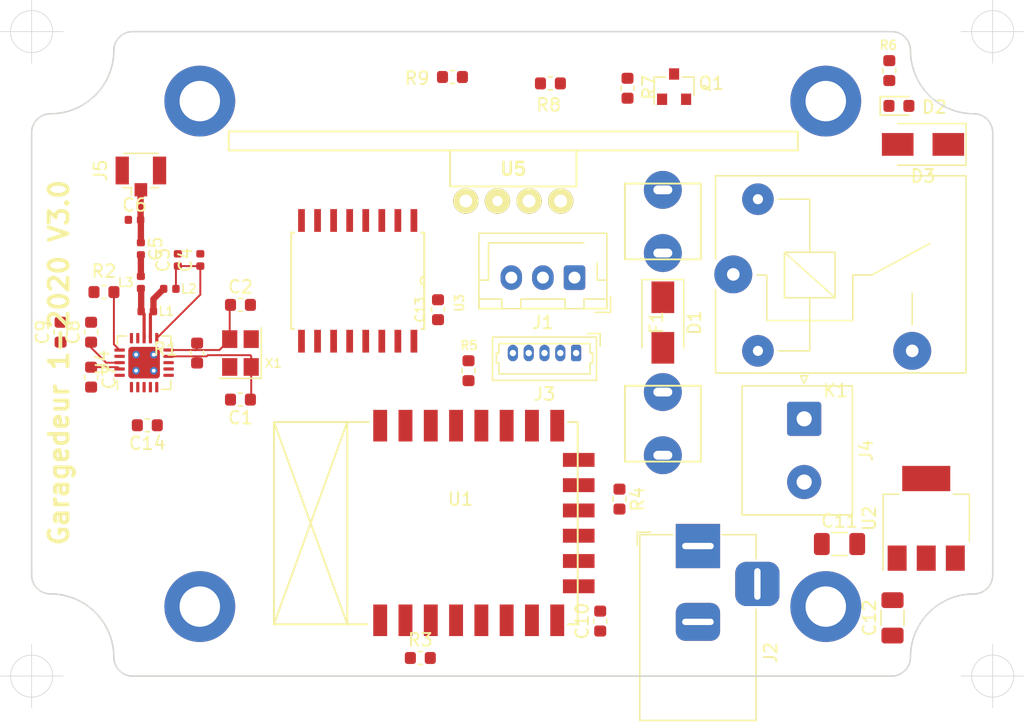
<source format=kicad_pcb>
(kicad_pcb (version 20171130) (host pcbnew "(5.1.5)-3")

  (general
    (thickness 1.6)
    (drawings 21)
    (tracks 47)
    (zones 0)
    (modules 47)
    (nets 48)
  )

  (page A4)
  (layers
    (0 F.Cu signal)
    (31 B.Cu signal)
    (32 B.Adhes user hide)
    (33 F.Adhes user hide)
    (34 B.Paste user hide)
    (35 F.Paste user hide)
    (36 B.SilkS user)
    (37 F.SilkS user)
    (38 B.Mask user hide)
    (39 F.Mask user hide)
    (40 Dwgs.User user hide)
    (41 Cmts.User user hide)
    (42 Eco1.User user hide)
    (43 Eco2.User user hide)
    (44 Edge.Cuts user)
    (45 Margin user hide)
    (46 B.CrtYd user)
    (47 F.CrtYd user)
    (48 B.Fab user hide)
    (49 F.Fab user hide)
  )

  (setup
    (last_trace_width 0.153)
    (user_trace_width 0.153)
    (user_trace_width 0.25)
    (user_trace_width 0.5)
    (user_trace_width 1)
    (user_trace_width 1.5)
    (trace_clearance 0.153)
    (zone_clearance 0.2032)
    (zone_45_only no)
    (trace_min 0.152)
    (via_size 0.6)
    (via_drill 0.3)
    (via_min_size 0.6)
    (via_min_drill 0.3)
    (user_via 0.6 0.3)
    (user_via 0.8 0.3)
    (blind_buried_vias_allowed yes)
    (uvia_size 0.3)
    (uvia_drill 0.1)
    (uvias_allowed no)
    (uvia_min_size 0.3)
    (uvia_min_drill 0.1)
    (edge_width 0.1)
    (segment_width 0.2)
    (pcb_text_width 0.3)
    (pcb_text_size 1.5 1.5)
    (mod_edge_width 0.15)
    (mod_text_size 1 1)
    (mod_text_width 0.15)
    (pad_size 1.4 1.2)
    (pad_drill 0)
    (pad_to_mask_clearance 0)
    (solder_mask_min_width 0.25)
    (aux_axis_origin 0 0)
    (grid_origin 46.5 145)
    (visible_elements 7FFFFFFF)
    (pcbplotparams
      (layerselection 0x010f0_ffffffff)
      (usegerberextensions true)
      (usegerberattributes false)
      (usegerberadvancedattributes false)
      (creategerberjobfile false)
      (excludeedgelayer true)
      (linewidth 0.100000)
      (plotframeref false)
      (viasonmask false)
      (mode 1)
      (useauxorigin false)
      (hpglpennumber 1)
      (hpglpenspeed 20)
      (hpglpendiameter 15.000000)
      (psnegative false)
      (psa4output false)
      (plotreference true)
      (plotvalue true)
      (plotinvisibletext false)
      (padsonsilk false)
      (subtractmaskfromsilk false)
      (outputformat 1)
      (mirror false)
      (drillshape 0)
      (scaleselection 1)
      (outputdirectory "Gerber/"))
  )

  (net 0 "")
  (net 1 GND)
  (net 2 +3V3)
  (net 3 +5V)
  (net 4 "Net-(D1-Pad2)")
  (net 5 "Net-(D2-Pad1)")
  (net 6 "Net-(F1-Pad2)")
  (net 7 /DTR)
  (net 8 /RTS)
  (net 9 "Net-(L1-Pad1)")
  (net 10 "Net-(L1-Pad2)")
  (net 11 /CSN)
  (net 12 /CE)
  (net 13 /SCK)
  (net 14 /MOSI)
  (net 15 /MISO)
  (net 16 /IRQ)
  (net 17 /ECHO)
  (net 18 "Net-(D3-Pad2)")
  (net 19 "Net-(J1-Pad2)")
  (net 20 /TX)
  (net 21 /RX)
  (net 22 "Net-(J4-Pad2)")
  (net 23 "Net-(J4-Pad1)")
  (net 24 "Net-(Q1-Pad1)")
  (net 25 "Net-(R7-Pad2)")
  (net 26 "Net-(R8-Pad1)")
  (net 27 "Net-(U1-Pad22)")
  (net 28 "Net-(U1-Pad21)")
  (net 29 "Net-(U1-Pad20)")
  (net 30 "Net-(U1-Pad19)")
  (net 31 "Net-(U1-Pad18)")
  (net 32 "Net-(U1-Pad17)")
  (net 33 "Net-(U1-Pad14)")
  (net 34 "Net-(U1-Pad13)")
  (net 35 "Net-(U1-Pad11)")
  (net 36 "Net-(U1-Pad2)")
  (net 37 "Net-(U3-Pad12)")
  (net 38 "Net-(U3-Pad11)")
  (net 39 "Net-(U3-Pad7)")
  (net 40 "Net-(C1-Pad1)")
  (net 41 "Net-(C2-Pad1)")
  (net 42 "Net-(C3-Pad1)")
  (net 43 "Net-(C5-Pad2)")
  (net 44 "Net-(C5-Pad1)")
  (net 45 "Net-(C7-Pad1)")
  (net 46 "Net-(R2-Pad2)")
  (net 47 "Net-(R4-Pad1)")

  (net_class Default "Dit is de standaard class."
    (clearance 0.153)
    (trace_width 0.153)
    (via_dia 0.6)
    (via_drill 0.3)
    (uvia_dia 0.3)
    (uvia_drill 0.1)
    (add_net +3V3)
    (add_net +5V)
    (add_net /CE)
    (add_net /CSN)
    (add_net /DTR)
    (add_net /ECHO)
    (add_net /IRQ)
    (add_net /MISO)
    (add_net /MOSI)
    (add_net /RTS)
    (add_net /RX)
    (add_net /SCK)
    (add_net /TX)
    (add_net GND)
    (add_net "Net-(C1-Pad1)")
    (add_net "Net-(C2-Pad1)")
    (add_net "Net-(C3-Pad1)")
    (add_net "Net-(C5-Pad1)")
    (add_net "Net-(C5-Pad2)")
    (add_net "Net-(C7-Pad1)")
    (add_net "Net-(D1-Pad2)")
    (add_net "Net-(D2-Pad1)")
    (add_net "Net-(D3-Pad2)")
    (add_net "Net-(F1-Pad2)")
    (add_net "Net-(J1-Pad2)")
    (add_net "Net-(J4-Pad1)")
    (add_net "Net-(J4-Pad2)")
    (add_net "Net-(L1-Pad1)")
    (add_net "Net-(L1-Pad2)")
    (add_net "Net-(Q1-Pad1)")
    (add_net "Net-(R2-Pad2)")
    (add_net "Net-(R4-Pad1)")
    (add_net "Net-(R7-Pad2)")
    (add_net "Net-(R8-Pad1)")
    (add_net "Net-(U1-Pad11)")
    (add_net "Net-(U1-Pad13)")
    (add_net "Net-(U1-Pad14)")
    (add_net "Net-(U1-Pad17)")
    (add_net "Net-(U1-Pad18)")
    (add_net "Net-(U1-Pad19)")
    (add_net "Net-(U1-Pad2)")
    (add_net "Net-(U1-Pad20)")
    (add_net "Net-(U1-Pad21)")
    (add_net "Net-(U1-Pad22)")
    (add_net "Net-(U3-Pad11)")
    (add_net "Net-(U3-Pad12)")
    (add_net "Net-(U3-Pad7)")
  )

  (module Connector2:JST_NV_B02P-NV_1x02_P5.00mm_Vertical (layer F.Cu) (tedit 5E11FBFE) (tstamp 5BF4AC16)
    (at 211.092 90.644 270)
    (descr "JST NV series connector, B02P-NV (http://www.jst-mfg.com/product/pdf/eng/eNV.pdf), generated with kicad-footprint-generator")
    (tags "connector JST NV side entry")
    (path /5BEB5DE5)
    (fp_text reference J4 (at 2.5 -4.9 90) (layer F.SilkS)
      (effects (font (size 1 1) (thickness 0.15)))
    )
    (fp_text value Deur (at 2.5 6 90) (layer F.Fab)
      (effects (font (size 1 1) (thickness 0.15)))
    )
    (fp_line (start -2.5 -3.7) (end -2.5 4.8) (layer F.Fab) (width 0.1))
    (fp_line (start -2.5 4.8) (end 7.5 4.8) (layer F.Fab) (width 0.1))
    (fp_line (start 7.5 4.8) (end 7.5 -3.7) (layer F.Fab) (width 0.1))
    (fp_line (start 7.5 -3.7) (end -2.5 -3.7) (layer F.Fab) (width 0.1))
    (fp_line (start -2.5 -2) (end 7.5 -2) (layer F.Fab) (width 0.1))
    (fp_line (start -2.5 -1) (end -1.5 0) (layer F.Fab) (width 0.1))
    (fp_line (start -2.5 1) (end -1.5 0) (layer F.Fab) (width 0.1))
    (fp_line (start -3 -4.2) (end -3 5.3) (layer F.CrtYd) (width 0.05))
    (fp_line (start -3 5.3) (end 8 5.3) (layer F.CrtYd) (width 0.05))
    (fp_line (start 8 5.3) (end 8 -4.2) (layer F.CrtYd) (width 0.05))
    (fp_line (start 8 -4.2) (end -3 -4.2) (layer F.CrtYd) (width 0.05))
    (fp_line (start -2.61 -3.81) (end -2.61 4.91) (layer F.SilkS) (width 0.12))
    (fp_line (start -2.61 4.91) (end 7.61 4.91) (layer F.SilkS) (width 0.12))
    (fp_line (start 7.61 4.91) (end 7.61 -3.81) (layer F.SilkS) (width 0.12))
    (fp_line (start 7.61 -3.81) (end -2.61 -3.81) (layer F.SilkS) (width 0.12))
    (fp_line (start -2.81 0) (end -3.41 0.3) (layer F.SilkS) (width 0.12))
    (fp_line (start -3.41 0.3) (end -3.41 -0.3) (layer F.SilkS) (width 0.12))
    (fp_line (start -3.41 -0.3) (end -2.81 0) (layer F.SilkS) (width 0.12))
    (fp_text user %R (at 2.5 4.1 90) (layer F.Fab)
      (effects (font (size 1 1) (thickness 0.15)))
    )
    (pad 1 thru_hole roundrect (at 0 0 270) (size 2.7 2.7) (drill 1.2) (layers *.Cu *.Mask) (roundrect_rratio 0.09300000000000001)
      (net 23 "Net-(J4-Pad1)"))
    (pad 2 thru_hole circle (at 5 0 270) (size 2.7 2.7) (drill 1.2) (layers *.Cu *.Mask)
      (net 22 "Net-(J4-Pad2)"))
    (model ${NAS_SYS3DMOD}/Connector2.3dshapes/JST_NV_B02P-NV_1x02_P5.00mm_Vertical.step
      (offset (xyz 2.5 -0.75 0))
      (scale (xyz 1 1 1))
      (rotate (xyz 90 180 0))
    )
  )

  (module FuseClip:fuse-clip-5x20mm (layer F.Cu) (tedit 5E332A22) (tstamp 5BF4C0C4)
    (at 199.916 83.024 270)
    (path /5BEB5DE0)
    (fp_text reference F1 (at 0 0.5 90) (layer F.SilkS)
      (effects (font (size 1 1) (thickness 0.15)))
    )
    (fp_text value 3Amp (at 0 -0.5 90) (layer F.Fab)
      (effects (font (size 1 1) (thickness 0.15)))
    )
    (fp_line (start 11 -3) (end 5 -3) (layer F.SilkS) (width 0.15))
    (fp_line (start -5 -3) (end -5 3) (layer F.SilkS) (width 0.15))
    (fp_line (start -11 -3) (end -5 -3) (layer F.SilkS) (width 0.15))
    (fp_line (start 5 -3) (end 5 3) (layer F.SilkS) (width 0.15))
    (fp_line (start -11 3) (end -11 0) (layer F.SilkS) (width 0.15))
    (fp_line (start 11 3) (end 11 0) (layer F.SilkS) (width 0.15))
    (fp_line (start 5 3) (end 11 3) (layer F.SilkS) (width 0.15))
    (fp_line (start -5 3) (end -11 3) (layer F.SilkS) (width 0.15))
    (fp_line (start -11 0) (end -11 -3) (layer F.SilkS) (width 0.15))
    (fp_line (start 11 0) (end 11 -3) (layer F.SilkS) (width 0.15))
    (pad 1 thru_hole circle (at -5.5 0 270) (size 3 3) (drill oval 0.7 1.5) (layers *.Cu *.Mask)
      (net 4 "Net-(D1-Pad2)"))
    (pad 2 thru_hole circle (at 10.5 0 270) (size 3 3) (drill oval 0.7 1.5) (layers *.Cu *.Mask)
      (net 6 "Net-(F1-Pad2)"))
    (pad 1 thru_hole circle (at -10.5 0 270) (size 3 3) (drill oval 0.7 1.5) (layers *.Cu *.Mask)
      (net 4 "Net-(D1-Pad2)"))
    (pad 2 thru_hole circle (at 5.5 0 270) (size 3 3) (drill oval 0.7 1.5) (layers *.Cu *.Mask)
      (net 6 "Net-(F1-Pad2)"))
    (model ${NAS_SYS3DMOD}/Fuses/alsrobot-Fuse.STEP
      (offset (xyz 3 -0.7 3))
      (scale (xyz 1 1 1))
      (rotate (xyz 0 0 0))
    )
  )

  (module Sensor2:HC-SR04 (layer F.Cu) (tedit 5E230347) (tstamp 5E325C45)
    (at 188.087 73.406)
    (descr "SR-04 mechanical mount")
    (tags RNG)
    (path /5BFA751A)
    (fp_text reference U5 (at 0 -2.54) (layer F.SilkS)
      (effects (font (size 1.016 1.016) (thickness 0.2032)))
    )
    (fp_text value HC-SR04 (at 0 2.54) (layer F.Fab) hide
      (effects (font (size 1.016 1.016) (thickness 0.2032)))
    )
    (fp_line (start 5 -4) (end 22.5 -4) (layer F.SilkS) (width 0.15))
    (fp_line (start 22.5 -4) (end 22.5 -5.5) (layer F.SilkS) (width 0.15))
    (fp_line (start 22.5 -5.5) (end -22.5 -5.5) (layer F.SilkS) (width 0.15))
    (fp_line (start -22.5 -5.5) (end -22.5 -4) (layer F.SilkS) (width 0.15))
    (fp_line (start -22.5 -4) (end -5 -4) (layer F.SilkS) (width 0.15))
    (fp_line (start -5 -4) (end 5 -4) (layer F.SilkS) (width 0.15))
    (fp_line (start 5 -4) (end 5 -1.15) (layer F.SilkS) (width 0.15))
    (fp_line (start 5 -1.15) (end -5 -1.15) (layer F.SilkS) (width 0.15))
    (fp_line (start -5 -1.15) (end -5 -4) (layer F.SilkS) (width 0.15))
    (pad 1 thru_hole circle (at 3.75 0) (size 2 2) (drill 1.016) (layers *.Cu *.Mask F.SilkS)
      (net 3 +5V))
    (pad 2 thru_hole circle (at 1.25 0) (size 2 2) (drill 1.016) (layers *.Cu *.Mask F.SilkS)
      (net 39 "Net-(U3-Pad7)"))
    (pad 3 thru_hole circle (at -1.25 0) (size 2 2) (drill 0.8) (layers *.Cu *.Mask F.SilkS)
      (net 26 "Net-(R8-Pad1)"))
    (pad 4 thru_hole circle (at -3.75 0) (size 2 2) (drill 1.016) (layers *.Cu *.Mask F.SilkS)
      (net 1 GND))
    (model ${NAS_LIB}/kicad-packages3D/Sensors.3dshapes/HC-SR04.STEP
      (offset (xyz 22.8 5.75 0))
      (scale (xyz 1 1 1))
      (rotate (xyz -90 0 180))
    )
  )

  (module Package_DFN_QFN:QFN-20-1EP_4x4mm_P0.5mm_EP2.5x2.5mm (layer F.Cu) (tedit 5C1FD453) (tstamp 5BF48ADB)
    (at 158.895 86.199 90)
    (descr "QFN, 20 Pin (http://ww1.microchip.com/downloads/en/PackagingSpec/00000049BQ.pdf#page=274), generated with kicad-footprint-generator ipc_dfn_qfn_generator.py")
    (tags "QFN DFN_QFN")
    (path /5BE87CAB)
    (attr smd)
    (fp_text reference U4 (at 0 -3.3 90) (layer F.SilkS)
      (effects (font (size 1 1) (thickness 0.15)))
    )
    (fp_text value NRF24L01 (at 0 3.3 90) (layer F.Fab)
      (effects (font (size 1 1) (thickness 0.15)))
    )
    (fp_text user %R (at 0 0 90) (layer F.Fab)
      (effects (font (size 1 1) (thickness 0.15)))
    )
    (fp_line (start 2.6 -2.6) (end -2.6 -2.6) (layer F.CrtYd) (width 0.05))
    (fp_line (start 2.6 2.6) (end 2.6 -2.6) (layer F.CrtYd) (width 0.05))
    (fp_line (start -2.6 2.6) (end 2.6 2.6) (layer F.CrtYd) (width 0.05))
    (fp_line (start -2.6 -2.6) (end -2.6 2.6) (layer F.CrtYd) (width 0.05))
    (fp_line (start -2 -1) (end -1 -2) (layer F.Fab) (width 0.1))
    (fp_line (start -2 2) (end -2 -1) (layer F.Fab) (width 0.1))
    (fp_line (start 2 2) (end -2 2) (layer F.Fab) (width 0.1))
    (fp_line (start 2 -2) (end 2 2) (layer F.Fab) (width 0.1))
    (fp_line (start -1 -2) (end 2 -2) (layer F.Fab) (width 0.1))
    (fp_line (start -1.385 -2.11) (end -2.11 -2.11) (layer F.SilkS) (width 0.12))
    (fp_line (start 2.11 2.11) (end 2.11 1.385) (layer F.SilkS) (width 0.12))
    (fp_line (start 1.385 2.11) (end 2.11 2.11) (layer F.SilkS) (width 0.12))
    (fp_line (start -2.11 2.11) (end -2.11 1.385) (layer F.SilkS) (width 0.12))
    (fp_line (start -1.385 2.11) (end -2.11 2.11) (layer F.SilkS) (width 0.12))
    (fp_line (start 2.11 -2.11) (end 2.11 -1.385) (layer F.SilkS) (width 0.12))
    (fp_line (start 1.385 -2.11) (end 2.11 -2.11) (layer F.SilkS) (width 0.12))
    (pad 20 smd roundrect (at -1 -1.9375 90) (size 0.25 0.825) (layers F.Cu F.Paste F.Mask) (roundrect_rratio 0.25)
      (net 1 GND))
    (pad 19 smd roundrect (at -0.5 -1.9375 90) (size 0.25 0.825) (layers F.Cu F.Paste F.Mask) (roundrect_rratio 0.25)
      (net 45 "Net-(C7-Pad1)"))
    (pad 18 smd roundrect (at 0 -1.9375 90) (size 0.25 0.825) (layers F.Cu F.Paste F.Mask) (roundrect_rratio 0.25)
      (net 2 +3V3))
    (pad 17 smd roundrect (at 0.5 -1.9375 90) (size 0.25 0.825) (layers F.Cu F.Paste F.Mask) (roundrect_rratio 0.25)
      (net 1 GND))
    (pad 16 smd roundrect (at 1 -1.9375 90) (size 0.25 0.825) (layers F.Cu F.Paste F.Mask) (roundrect_rratio 0.25)
      (net 46 "Net-(R2-Pad2)"))
    (pad 15 smd roundrect (at 1.9375 -1 90) (size 0.825 0.25) (layers F.Cu F.Paste F.Mask) (roundrect_rratio 0.25)
      (net 2 +3V3))
    (pad 14 smd roundrect (at 1.9375 -0.5 90) (size 0.825 0.25) (layers F.Cu F.Paste F.Mask) (roundrect_rratio 0.25)
      (net 1 GND))
    (pad 13 smd roundrect (at 1.9375 0 90) (size 0.825 0.25) (layers F.Cu F.Paste F.Mask) (roundrect_rratio 0.25)
      (net 10 "Net-(L1-Pad2)"))
    (pad 12 smd roundrect (at 1.9375 0.5 90) (size 0.825 0.25) (layers F.Cu F.Paste F.Mask) (roundrect_rratio 0.25)
      (net 9 "Net-(L1-Pad1)"))
    (pad 11 smd roundrect (at 1.9375 1 90) (size 0.825 0.25) (layers F.Cu F.Paste F.Mask) (roundrect_rratio 0.25)
      (net 42 "Net-(C3-Pad1)"))
    (pad 10 smd roundrect (at 1 1.9375 90) (size 0.25 0.825) (layers F.Cu F.Paste F.Mask) (roundrect_rratio 0.25)
      (net 41 "Net-(C2-Pad1)"))
    (pad 9 smd roundrect (at 0.5 1.9375 90) (size 0.25 0.825) (layers F.Cu F.Paste F.Mask) (roundrect_rratio 0.25)
      (net 40 "Net-(C1-Pad1)"))
    (pad 8 smd roundrect (at 0 1.9375 90) (size 0.25 0.825) (layers F.Cu F.Paste F.Mask) (roundrect_rratio 0.25)
      (net 1 GND))
    (pad 7 smd roundrect (at -0.5 1.9375 90) (size 0.25 0.825) (layers F.Cu F.Paste F.Mask) (roundrect_rratio 0.25)
      (net 2 +3V3))
    (pad 6 smd roundrect (at -1 1.9375 90) (size 0.25 0.825) (layers F.Cu F.Paste F.Mask) (roundrect_rratio 0.25)
      (net 16 /IRQ))
    (pad 5 smd roundrect (at -1.9375 1 90) (size 0.825 0.25) (layers F.Cu F.Paste F.Mask) (roundrect_rratio 0.25)
      (net 15 /MISO))
    (pad 4 smd roundrect (at -1.9375 0.5 90) (size 0.825 0.25) (layers F.Cu F.Paste F.Mask) (roundrect_rratio 0.25)
      (net 14 /MOSI))
    (pad 3 smd roundrect (at -1.9375 0 90) (size 0.825 0.25) (layers F.Cu F.Paste F.Mask) (roundrect_rratio 0.25)
      (net 13 /SCK))
    (pad 2 smd roundrect (at -1.9375 -0.5 90) (size 0.825 0.25) (layers F.Cu F.Paste F.Mask) (roundrect_rratio 0.25)
      (net 11 /CSN))
    (pad 1 smd roundrect (at -1.9375 -1 90) (size 0.825 0.25) (layers F.Cu F.Paste F.Mask) (roundrect_rratio 0.25)
      (net 12 /CE))
    (pad "" smd roundrect (at 0.625 0.625 90) (size 1.01 1.01) (layers F.Paste) (roundrect_rratio 0.247525))
    (pad "" smd roundrect (at 0.625 -0.625 90) (size 1.01 1.01) (layers F.Paste) (roundrect_rratio 0.247525))
    (pad "" smd roundrect (at -0.625 0.625 90) (size 1.01 1.01) (layers F.Paste) (roundrect_rratio 0.247525))
    (pad "" smd roundrect (at -0.625 -0.625 90) (size 1.01 1.01) (layers F.Paste) (roundrect_rratio 0.247525))
    (pad 21 smd roundrect (at 0 0 90) (size 2.5 2.5) (layers F.Cu F.Mask) (roundrect_rratio 0.1)
      (net 1 GND))
    (model ${KISYS3DMOD}/Package_DFN_QFN.3dshapes/QFN-20-1EP_4x4mm_P0.5mm_EP2.5x2.5mm.wrl
      (at (xyz 0 0 0))
      (scale (xyz 1 1 1))
      (rotate (xyz 0 0 0))
    )
  )

  (module ICs:SOIC127P1032X265-16N (layer F.Cu) (tedit 5E31F7A1) (tstamp 5BF4AF27)
    (at 175.786 79.722 270)
    (path /5E37D383)
    (fp_text reference U3 (at 1.75553 -8.0398 90) (layer F.SilkS)
      (effects (font (size 0.7 0.7) (thickness 0.13)))
    )
    (fp_text value PCF8574 (at 17.41715 7.23167 90) (layer F.Fab)
      (effects (font (size 1.64411 1.64411) (thickness 0.015)))
    )
    (fp_arc (start 0 -5.2578) (end -0.3048 -5.2578) (angle -180) (layer F.SilkS) (width 0.1524))
    (fp_line (start -3.81 -5.2578) (end -3.81 -5.0292) (layer F.SilkS) (width 0.1524))
    (fp_line (start -0.3048 -5.2578) (end -3.81 -5.2578) (layer F.SilkS) (width 0.1524))
    (fp_line (start 0.3048 -5.2578) (end -0.3048 -5.2578) (layer F.SilkS) (width 0.1524))
    (fp_line (start 3.81 -5.2578) (end 0.3048 -5.2578) (layer F.SilkS) (width 0.1524))
    (fp_line (start 3.81 5.2578) (end 3.81 5.0292) (layer F.SilkS) (width 0.1524))
    (fp_line (start -3.81 5.2578) (end 3.81 5.2578) (layer F.SilkS) (width 0.1524))
    (fp_line (start -3.81 5.0292) (end -3.81 5.2578) (layer F.SilkS) (width 0.1524))
    (fp_line (start 3.81 -5.0292) (end 3.81 -5.2578) (layer F.SilkS) (width 0.1524))
    (fp_arc (start 0 -5.2578) (end -0.3048 -5.2578) (angle -180) (layer F.Fab) (width 0.1))
    (fp_line (start -3.81 -5.2578) (end -3.81 5.2578) (layer F.Fab) (width 0.1))
    (fp_line (start -0.3048 -5.2578) (end -3.81 -5.2578) (layer F.Fab) (width 0.1))
    (fp_line (start 0.3048 -5.2578) (end -0.3048 -5.2578) (layer F.Fab) (width 0.1))
    (fp_line (start 3.81 -5.2578) (end 0.3048 -5.2578) (layer F.Fab) (width 0.1))
    (fp_line (start 3.81 5.2578) (end 3.81 -5.2578) (layer F.Fab) (width 0.1))
    (fp_line (start -3.81 5.2578) (end 3.81 5.2578) (layer F.Fab) (width 0.1))
    (fp_line (start 5.334 -4.699) (end 3.81 -4.699) (layer F.Fab) (width 0.1))
    (fp_line (start 5.334 -4.191) (end 5.334 -4.699) (layer F.Fab) (width 0.1))
    (fp_line (start 3.81 -4.191) (end 5.334 -4.191) (layer F.Fab) (width 0.1))
    (fp_line (start 3.81 -4.699) (end 3.81 -4.191) (layer F.Fab) (width 0.1))
    (fp_line (start 5.334 -3.429) (end 3.81 -3.429) (layer F.Fab) (width 0.1))
    (fp_line (start 5.334 -2.921) (end 5.334 -3.429) (layer F.Fab) (width 0.1))
    (fp_line (start 3.81 -2.921) (end 5.334 -2.921) (layer F.Fab) (width 0.1))
    (fp_line (start 3.81 -3.429) (end 3.81 -2.921) (layer F.Fab) (width 0.1))
    (fp_line (start 5.334 -2.159) (end 3.81 -2.159) (layer F.Fab) (width 0.1))
    (fp_line (start 5.334 -1.651) (end 5.334 -2.159) (layer F.Fab) (width 0.1))
    (fp_line (start 3.81 -1.651) (end 5.334 -1.651) (layer F.Fab) (width 0.1))
    (fp_line (start 3.81 -2.159) (end 3.81 -1.651) (layer F.Fab) (width 0.1))
    (fp_line (start 5.334 -0.889) (end 3.81 -0.889) (layer F.Fab) (width 0.1))
    (fp_line (start 5.334 -0.381) (end 5.334 -0.889) (layer F.Fab) (width 0.1))
    (fp_line (start 3.81 -0.381) (end 5.334 -0.381) (layer F.Fab) (width 0.1))
    (fp_line (start 3.81 -0.889) (end 3.81 -0.381) (layer F.Fab) (width 0.1))
    (fp_line (start 5.334 0.381) (end 3.81 0.381) (layer F.Fab) (width 0.1))
    (fp_line (start 5.334 0.889) (end 5.334 0.381) (layer F.Fab) (width 0.1))
    (fp_line (start 3.81 0.889) (end 5.334 0.889) (layer F.Fab) (width 0.1))
    (fp_line (start 3.81 0.381) (end 3.81 0.889) (layer F.Fab) (width 0.1))
    (fp_line (start 5.334 1.651) (end 3.81 1.651) (layer F.Fab) (width 0.1))
    (fp_line (start 5.334 2.159) (end 5.334 1.651) (layer F.Fab) (width 0.1))
    (fp_line (start 3.81 2.159) (end 5.334 2.159) (layer F.Fab) (width 0.1))
    (fp_line (start 3.81 1.651) (end 3.81 2.159) (layer F.Fab) (width 0.1))
    (fp_line (start 5.334 2.921) (end 3.81 2.921) (layer F.Fab) (width 0.1))
    (fp_line (start 5.334 3.429) (end 5.334 2.921) (layer F.Fab) (width 0.1))
    (fp_line (start 3.81 3.429) (end 5.334 3.429) (layer F.Fab) (width 0.1))
    (fp_line (start 3.81 2.921) (end 3.81 3.429) (layer F.Fab) (width 0.1))
    (fp_line (start 5.334 4.191) (end 3.81 4.191) (layer F.Fab) (width 0.1))
    (fp_line (start 5.334 4.699) (end 5.334 4.191) (layer F.Fab) (width 0.1))
    (fp_line (start 3.81 4.699) (end 5.334 4.699) (layer F.Fab) (width 0.1))
    (fp_line (start 3.81 4.191) (end 3.81 4.699) (layer F.Fab) (width 0.1))
    (fp_line (start -5.334 4.699) (end -3.81 4.699) (layer F.Fab) (width 0.1))
    (fp_line (start -5.334 4.191) (end -5.334 4.699) (layer F.Fab) (width 0.1))
    (fp_line (start -3.81 4.191) (end -5.334 4.191) (layer F.Fab) (width 0.1))
    (fp_line (start -3.81 4.699) (end -3.81 4.191) (layer F.Fab) (width 0.1))
    (fp_line (start -5.334 3.429) (end -3.81 3.429) (layer F.Fab) (width 0.1))
    (fp_line (start -5.334 2.921) (end -5.334 3.429) (layer F.Fab) (width 0.1))
    (fp_line (start -3.81 2.921) (end -5.334 2.921) (layer F.Fab) (width 0.1))
    (fp_line (start -3.81 3.429) (end -3.81 2.921) (layer F.Fab) (width 0.1))
    (fp_line (start -5.334 2.159) (end -3.81 2.159) (layer F.Fab) (width 0.1))
    (fp_line (start -5.334 1.651) (end -5.334 2.159) (layer F.Fab) (width 0.1))
    (fp_line (start -3.81 1.651) (end -5.334 1.651) (layer F.Fab) (width 0.1))
    (fp_line (start -3.81 2.159) (end -3.81 1.651) (layer F.Fab) (width 0.1))
    (fp_line (start -5.334 0.889) (end -3.81 0.889) (layer F.Fab) (width 0.1))
    (fp_line (start -5.334 0.381) (end -5.334 0.889) (layer F.Fab) (width 0.1))
    (fp_line (start -3.81 0.381) (end -5.334 0.381) (layer F.Fab) (width 0.1))
    (fp_line (start -3.81 0.889) (end -3.81 0.381) (layer F.Fab) (width 0.1))
    (fp_line (start -5.334 -0.381) (end -3.81 -0.381) (layer F.Fab) (width 0.1))
    (fp_line (start -5.334 -0.889) (end -5.334 -0.381) (layer F.Fab) (width 0.1))
    (fp_line (start -3.81 -0.889) (end -5.334 -0.889) (layer F.Fab) (width 0.1))
    (fp_line (start -3.81 -0.381) (end -3.81 -0.889) (layer F.Fab) (width 0.1))
    (fp_line (start -5.334 -1.651) (end -3.81 -1.651) (layer F.Fab) (width 0.1))
    (fp_line (start -5.334 -2.159) (end -5.334 -1.651) (layer F.Fab) (width 0.1))
    (fp_line (start -3.81 -2.159) (end -5.334 -2.159) (layer F.Fab) (width 0.1))
    (fp_line (start -3.81 -1.651) (end -3.81 -2.159) (layer F.Fab) (width 0.1))
    (fp_line (start -5.334 -2.921) (end -3.81 -2.921) (layer F.Fab) (width 0.1))
    (fp_line (start -5.334 -3.429) (end -5.334 -2.921) (layer F.Fab) (width 0.1))
    (fp_line (start -3.81 -3.429) (end -5.334 -3.429) (layer F.Fab) (width 0.1))
    (fp_line (start -3.81 -2.921) (end -3.81 -3.429) (layer F.Fab) (width 0.1))
    (fp_line (start -5.334 -4.191) (end -3.81 -4.191) (layer F.Fab) (width 0.1))
    (fp_line (start -5.334 -4.699) (end -5.334 -4.191) (layer F.Fab) (width 0.1))
    (fp_line (start -3.81 -4.699) (end -5.334 -4.699) (layer F.Fab) (width 0.1))
    (fp_line (start -3.81 -4.191) (end -3.81 -4.699) (layer F.Fab) (width 0.1))
    (pad 16 smd rect (at 4.7752 -4.445 270) (size 1.8034 0.5334) (layers F.Cu F.Paste F.Mask)
      (net 2 +3V3))
    (pad 15 smd rect (at 4.7752 -3.175 270) (size 1.8034 0.5334) (layers F.Cu F.Paste F.Mask)
      (net 34 "Net-(U1-Pad13)"))
    (pad 14 smd rect (at 4.7752 -1.905 270) (size 1.8034 0.5334) (layers F.Cu F.Paste F.Mask)
      (net 33 "Net-(U1-Pad14)"))
    (pad 13 smd rect (at 4.7752 -0.635 270) (size 1.8034 0.5334) (layers F.Cu F.Paste F.Mask)
      (net 7 /DTR))
    (pad 12 smd rect (at 4.7752 0.635 270) (size 1.8034 0.5334) (layers F.Cu F.Paste F.Mask)
      (net 37 "Net-(U3-Pad12)"))
    (pad 11 smd rect (at 4.7752 1.905 270) (size 1.8034 0.5334) (layers F.Cu F.Paste F.Mask)
      (net 38 "Net-(U3-Pad11)"))
    (pad 10 smd rect (at 4.7752 3.175 270) (size 1.8034 0.5334) (layers F.Cu F.Paste F.Mask)
      (net 25 "Net-(R7-Pad2)"))
    (pad 9 smd rect (at 4.7752 4.445 270) (size 1.8034 0.5334) (layers F.Cu F.Paste F.Mask)
      (net 17 /ECHO))
    (pad 8 smd rect (at -4.7752 4.445 270) (size 1.8034 0.5334) (layers F.Cu F.Paste F.Mask)
      (net 1 GND))
    (pad 7 smd rect (at -4.7752 3.175 270) (size 1.8034 0.5334) (layers F.Cu F.Paste F.Mask)
      (net 39 "Net-(U3-Pad7)"))
    (pad 6 smd rect (at -4.7752 1.905 270) (size 1.8034 0.5334) (layers F.Cu F.Paste F.Mask)
      (net 16 /IRQ))
    (pad 5 smd rect (at -4.7752 0.635 270) (size 1.8034 0.5334) (layers F.Cu F.Paste F.Mask)
      (net 11 /CSN))
    (pad 4 smd rect (at -4.7752 -0.635 270) (size 1.8034 0.5334) (layers F.Cu F.Paste F.Mask)
      (net 12 /CE))
    (pad 3 smd rect (at -4.7752 -1.905 270) (size 1.8034 0.5334) (layers F.Cu F.Paste F.Mask)
      (net 1 GND))
    (pad 2 smd rect (at -4.7752 -3.175 270) (size 1.8034 0.5334) (layers F.Cu F.Paste F.Mask)
      (net 1 GND))
    (pad 1 smd rect (at -4.7752 -4.445 270) (size 1.8034 0.5334) (layers F.Cu F.Paste F.Mask)
      (net 1 GND))
    (model ${NAS_LIB}/kicad-packages3D/ICs.3dshapes/SOT162-1Package.stp
      (at (xyz 0 0 0))
      (scale (xyz 1 1 1))
      (rotate (xyz 0 0 90))
    )
  )

  (module Package_TO_SOT_SMD:SOT-223-3_TabPin2 (layer F.Cu) (tedit 5A02FF57) (tstamp 5BF4B140)
    (at 220.744 98.518 90)
    (descr "module CMS SOT223 4 pins")
    (tags "CMS SOT")
    (path /5AFF3235)
    (attr smd)
    (fp_text reference U2 (at 0 -4.5 90) (layer F.SilkS)
      (effects (font (size 1 1) (thickness 0.15)))
    )
    (fp_text value LM1117-3.3_SOT223 (at 0 4.5 90) (layer F.Fab)
      (effects (font (size 1 1) (thickness 0.15)))
    )
    (fp_line (start 1.85 -3.35) (end 1.85 3.35) (layer F.Fab) (width 0.1))
    (fp_line (start -1.85 3.35) (end 1.85 3.35) (layer F.Fab) (width 0.1))
    (fp_line (start -4.1 -3.41) (end 1.91 -3.41) (layer F.SilkS) (width 0.12))
    (fp_line (start -0.85 -3.35) (end 1.85 -3.35) (layer F.Fab) (width 0.1))
    (fp_line (start -1.85 3.41) (end 1.91 3.41) (layer F.SilkS) (width 0.12))
    (fp_line (start -1.85 -2.35) (end -1.85 3.35) (layer F.Fab) (width 0.1))
    (fp_line (start -1.85 -2.35) (end -0.85 -3.35) (layer F.Fab) (width 0.1))
    (fp_line (start -4.4 -3.6) (end -4.4 3.6) (layer F.CrtYd) (width 0.05))
    (fp_line (start -4.4 3.6) (end 4.4 3.6) (layer F.CrtYd) (width 0.05))
    (fp_line (start 4.4 3.6) (end 4.4 -3.6) (layer F.CrtYd) (width 0.05))
    (fp_line (start 4.4 -3.6) (end -4.4 -3.6) (layer F.CrtYd) (width 0.05))
    (fp_line (start 1.91 -3.41) (end 1.91 -2.15) (layer F.SilkS) (width 0.12))
    (fp_line (start 1.91 3.41) (end 1.91 2.15) (layer F.SilkS) (width 0.12))
    (fp_text user %R (at 0 0) (layer F.Fab)
      (effects (font (size 0.8 0.8) (thickness 0.12)))
    )
    (pad 1 smd rect (at -3.15 -2.3 90) (size 2 1.5) (layers F.Cu F.Paste F.Mask)
      (net 1 GND))
    (pad 3 smd rect (at -3.15 2.3 90) (size 2 1.5) (layers F.Cu F.Paste F.Mask)
      (net 3 +5V))
    (pad 2 smd rect (at -3.15 0 90) (size 2 1.5) (layers F.Cu F.Paste F.Mask)
      (net 2 +3V3))
    (pad 2 smd rect (at 3.15 0 90) (size 2 3.8) (layers F.Cu F.Paste F.Mask)
      (net 2 +3V3))
    (model ${KISYS3DMOD}/Package_TO_SOT_SMD.3dshapes/SOT-223.wrl
      (at (xyz 0 0 0))
      (scale (xyz 1 1 1))
      (rotate (xyz 0 0 0))
    )
  )

  (module ESP8266:ESP-12E_SMD (layer F.Cu) (tedit 5E0F5C94) (tstamp 5BF4B039)
    (at 177.564 105.884 90)
    (descr "Module, ESP-8266, ESP-12, 16 pad, SMD")
    (tags "Module ESP-8266 ESP8266")
    (path /5BEB5DE8)
    (fp_text reference U1 (at 8.89 6.35) (layer F.SilkS)
      (effects (font (size 1 1) (thickness 0.15)))
    )
    (fp_text value ESP-12E (at 5.08 6.35) (layer F.Fab) hide
      (effects (font (size 1 1) (thickness 0.15)))
    )
    (fp_line (start -1.1 -8.5) (end 15.1 -8.5) (layer F.Fab) (width 0.05))
    (fp_line (start -1.1 15.7) (end -1.1 -8.5) (layer F.Fab) (width 0.05))
    (fp_line (start 15.1 15.7) (end -1.1 15.7) (layer F.Fab) (width 0.05))
    (fp_line (start 15.1 -8.5) (end 15.1 15.7) (layer F.Fab) (width 0.05))
    (fp_line (start -1.008 -2.6) (end 14.992 -2.6) (layer F.SilkS) (width 0.1524))
    (fp_text user "No Copper" (at 6.892 -5.4 90) (layer F.CrtYd)
      (effects (font (size 1 1) (thickness 0.15)))
    )
    (fp_line (start -1.016 -8.4) (end 14.992 -2.6) (layer F.SilkS) (width 0.1524))
    (fp_line (start 14.986 -8.4) (end -1.008 -2.6) (layer F.SilkS) (width 0.1524))
    (fp_line (start 14.986 15.621) (end 14.986 14.859) (layer F.SilkS) (width 0.1524))
    (fp_line (start -1.016 15.621) (end 14.986 15.621) (layer F.SilkS) (width 0.1524))
    (fp_line (start -1.016 14.859) (end -1.016 15.621) (layer F.SilkS) (width 0.1524))
    (fp_line (start -1.016 -8.4) (end -1.016 -1.016) (layer F.SilkS) (width 0.1524))
    (fp_line (start 14.986 -8.4) (end 14.986 -0.889) (layer F.SilkS) (width 0.1524))
    (fp_line (start -1.016 -8.4) (end 14.986 -8.4) (layer F.SilkS) (width 0.1524))
    (fp_line (start -2.25 16) (end -2.25 -0.5) (layer F.CrtYd) (width 0.05))
    (fp_line (start 16.25 16) (end -2.25 16) (layer F.CrtYd) (width 0.05))
    (fp_line (start 16.25 -8.75) (end 16.25 16) (layer F.CrtYd) (width 0.05))
    (fp_line (start 15.25 -8.75) (end 16.25 -8.75) (layer F.CrtYd) (width 0.05))
    (fp_line (start -2.25 -8.75) (end 15.25 -8.75) (layer F.CrtYd) (width 0.05))
    (fp_line (start -2.25 -0.5) (end -2.25 -8.75) (layer F.CrtYd) (width 0.05))
    (pad 22 smd rect (at 11.99 15 180) (size 2.5 1.1) (drill (offset -0.7 0)) (layers F.Cu F.Paste F.Mask)
      (net 27 "Net-(U1-Pad22)"))
    (pad 21 smd rect (at 9.99 15 180) (size 2.5 1.1) (drill (offset -0.7 0)) (layers F.Cu F.Paste F.Mask)
      (net 28 "Net-(U1-Pad21)"))
    (pad 20 smd rect (at 7.99 15 180) (size 2.5 1.1) (drill (offset -0.7 0)) (layers F.Cu F.Paste F.Mask)
      (net 29 "Net-(U1-Pad20)"))
    (pad 19 smd rect (at 5.99 15 180) (size 2.5 1.1) (drill (offset -0.7 0)) (layers F.Cu F.Paste F.Mask)
      (net 30 "Net-(U1-Pad19)"))
    (pad 18 smd rect (at 3.99 15 180) (size 2.5 1.1) (drill (offset -0.7 0)) (layers F.Cu F.Paste F.Mask)
      (net 31 "Net-(U1-Pad18)"))
    (pad 17 smd rect (at 1.99 15 180) (size 2.5 1.1) (drill (offset -0.7 0)) (layers F.Cu F.Paste F.Mask)
      (net 32 "Net-(U1-Pad17)"))
    (pad 16 smd rect (at 14 0 90) (size 2.5 1.1) (drill (offset 0.7 0)) (layers F.Cu F.Paste F.Mask)
      (net 20 /TX))
    (pad 15 smd rect (at 14 2 90) (size 2.5 1.1) (drill (offset 0.7 0)) (layers F.Cu F.Paste F.Mask)
      (net 21 /RX))
    (pad 14 smd rect (at 14 4 90) (size 2.5 1.1) (drill (offset 0.7 0)) (layers F.Cu F.Paste F.Mask)
      (net 33 "Net-(U1-Pad14)"))
    (pad 13 smd rect (at 14 6 90) (size 2.5 1.1) (drill (offset 0.7 0)) (layers F.Cu F.Paste F.Mask)
      (net 34 "Net-(U1-Pad13)"))
    (pad 12 smd rect (at 14 8 90) (size 2.5 1.1) (drill (offset 0.7 0)) (layers F.Cu F.Paste F.Mask)
      (net 7 /DTR))
    (pad 11 smd rect (at 14 10 90) (size 2.5 1.1) (drill (offset 0.7 0)) (layers F.Cu F.Paste F.Mask)
      (net 35 "Net-(U1-Pad11)"))
    (pad 10 smd rect (at 14 12 90) (size 2.5 1.1) (drill (offset 0.7 0)) (layers F.Cu F.Paste F.Mask)
      (net 47 "Net-(R4-Pad1)"))
    (pad 9 smd rect (at 14 14 90) (size 2.5 1.1) (drill (offset 0.7 0)) (layers F.Cu F.Paste F.Mask)
      (net 1 GND))
    (pad 8 smd rect (at 0 14 90) (size 2.5 1.1) (drill (offset -0.7 0)) (layers F.Cu F.Paste F.Mask)
      (net 2 +3V3))
    (pad 7 smd rect (at 0 12 90) (size 2.5 1.1) (drill (offset -0.7 0)) (layers F.Cu F.Paste F.Mask)
      (net 14 /MOSI))
    (pad 6 smd rect (at 0 10 90) (size 2.5 1.1) (drill (offset -0.7 0)) (layers F.Cu F.Paste F.Mask)
      (net 15 /MISO))
    (pad 5 smd rect (at 0 8 90) (size 2.5 1.1) (drill (offset -0.7 0)) (layers F.Cu F.Paste F.Mask)
      (net 13 /SCK))
    (pad 4 smd rect (at 0 6 90) (size 2.5 1.1) (drill (offset -0.7 0)) (layers F.Cu F.Paste F.Mask)
      (net 19 "Net-(J1-Pad2)"))
    (pad 3 smd rect (at 0 4 90) (size 2.5 1.1) (drill (offset -0.7 0)) (layers F.Cu F.Paste F.Mask)
      (net 8 /RTS))
    (pad 2 smd rect (at 0 2 90) (size 2.5 1.1) (drill (offset -0.7 0)) (layers F.Cu F.Paste F.Mask)
      (net 36 "Net-(U1-Pad2)"))
    (pad 1 smd rect (at 0 0 90) (size 2.5 1.1) (drill (offset -0.7 0)) (layers F.Cu F.Paste F.Mask)
      (net 2 +3V3))
    (model ${NAS_SYS3DMOD}//ESP8266.3dshapes/ESP-12-E-better.step
      (at (xyz 0 0 0))
      (scale (xyz 1 1 1))
      (rotate (xyz 0 0 0))
    )
  )

  (module Resistor_SMD:R_0603_1608Metric (layer F.Cu) (tedit 5B301BBD) (tstamp 5BF4B0F7)
    (at 196.487 96.994 270)
    (descr "Resistor SMD 0603 (1608 Metric), square (rectangular) end terminal, IPC_7351 nominal, (Body size source: http://www.tortai-tech.com/upload/download/2011102023233369053.pdf), generated with kicad-footprint-generator")
    (tags resistor)
    (path /5BFFF019)
    (attr smd)
    (fp_text reference R4 (at 0 -1.43 90) (layer F.SilkS)
      (effects (font (size 1 1) (thickness 0.15)))
    )
    (fp_text value 10k (at 0 1.43 90) (layer F.Fab)
      (effects (font (size 1 1) (thickness 0.15)))
    )
    (fp_text user %R (at 0 0 90) (layer F.Fab)
      (effects (font (size 0.4 0.4) (thickness 0.06)))
    )
    (fp_line (start 1.48 0.73) (end -1.48 0.73) (layer F.CrtYd) (width 0.05))
    (fp_line (start 1.48 -0.73) (end 1.48 0.73) (layer F.CrtYd) (width 0.05))
    (fp_line (start -1.48 -0.73) (end 1.48 -0.73) (layer F.CrtYd) (width 0.05))
    (fp_line (start -1.48 0.73) (end -1.48 -0.73) (layer F.CrtYd) (width 0.05))
    (fp_line (start -0.162779 0.51) (end 0.162779 0.51) (layer F.SilkS) (width 0.12))
    (fp_line (start -0.162779 -0.51) (end 0.162779 -0.51) (layer F.SilkS) (width 0.12))
    (fp_line (start 0.8 0.4) (end -0.8 0.4) (layer F.Fab) (width 0.1))
    (fp_line (start 0.8 -0.4) (end 0.8 0.4) (layer F.Fab) (width 0.1))
    (fp_line (start -0.8 -0.4) (end 0.8 -0.4) (layer F.Fab) (width 0.1))
    (fp_line (start -0.8 0.4) (end -0.8 -0.4) (layer F.Fab) (width 0.1))
    (pad 2 smd roundrect (at 0.7875 0 270) (size 0.875 0.95) (layers F.Cu F.Paste F.Mask) (roundrect_rratio 0.25)
      (net 1 GND))
    (pad 1 smd roundrect (at -0.7875 0 270) (size 0.875 0.95) (layers F.Cu F.Paste F.Mask) (roundrect_rratio 0.25)
      (net 47 "Net-(R4-Pad1)"))
    (model ${KISYS3DMOD}/Resistor_SMD.3dshapes/R_0603_1608Metric.wrl
      (at (xyz 0 0 0))
      (scale (xyz 1 1 1))
      (rotate (xyz 0 0 0))
    )
  )

  (module Resistor_SMD:R_0603_1608Metric (layer F.Cu) (tedit 5B301BBD) (tstamp 5BF4B1A8)
    (at 180.739 109.567)
    (descr "Resistor SMD 0603 (1608 Metric), square (rectangular) end terminal, IPC_7351 nominal, (Body size source: http://www.tortai-tech.com/upload/download/2011102023233369053.pdf), generated with kicad-footprint-generator")
    (tags resistor)
    (path /5BEB5DD9)
    (attr smd)
    (fp_text reference R3 (at 0 -1.43) (layer F.SilkS)
      (effects (font (size 1 1) (thickness 0.15)))
    )
    (fp_text value 10k (at 0 1.43) (layer F.Fab)
      (effects (font (size 1 1) (thickness 0.15)))
    )
    (fp_text user %R (at 0 0) (layer F.Fab)
      (effects (font (size 0.4 0.4) (thickness 0.06)))
    )
    (fp_line (start 1.48 0.73) (end -1.48 0.73) (layer F.CrtYd) (width 0.05))
    (fp_line (start 1.48 -0.73) (end 1.48 0.73) (layer F.CrtYd) (width 0.05))
    (fp_line (start -1.48 -0.73) (end 1.48 -0.73) (layer F.CrtYd) (width 0.05))
    (fp_line (start -1.48 0.73) (end -1.48 -0.73) (layer F.CrtYd) (width 0.05))
    (fp_line (start -0.162779 0.51) (end 0.162779 0.51) (layer F.SilkS) (width 0.12))
    (fp_line (start -0.162779 -0.51) (end 0.162779 -0.51) (layer F.SilkS) (width 0.12))
    (fp_line (start 0.8 0.4) (end -0.8 0.4) (layer F.Fab) (width 0.1))
    (fp_line (start 0.8 -0.4) (end 0.8 0.4) (layer F.Fab) (width 0.1))
    (fp_line (start -0.8 -0.4) (end 0.8 -0.4) (layer F.Fab) (width 0.1))
    (fp_line (start -0.8 0.4) (end -0.8 -0.4) (layer F.Fab) (width 0.1))
    (pad 2 smd roundrect (at 0.7875 0) (size 0.875 0.95) (layers F.Cu F.Paste F.Mask) (roundrect_rratio 0.25)
      (net 8 /RTS))
    (pad 1 smd roundrect (at -0.7875 0) (size 0.875 0.95) (layers F.Cu F.Paste F.Mask) (roundrect_rratio 0.25)
      (net 2 +3V3))
    (model ${KISYS3DMOD}/Resistor_SMD.3dshapes/R_0603_1608Metric.wrl
      (at (xyz 0 0 0))
      (scale (xyz 1 1 1))
      (rotate (xyz 0 0 0))
    )
  )

  (module MountingHole:MountingHole_3.2mm_M3_DIN965_Pad (layer F.Cu) (tedit 56D1B4CB) (tstamp 5BEC5DEC)
    (at 163.3 105.5)
    (descr "Mounting Hole 3.2mm, M3, DIN965")
    (tags "mounting hole 3.2mm m3 din965")
    (path /5B0491E3)
    (attr virtual)
    (fp_text reference MK4 (at 0 -3.8) (layer F.SilkS) hide
      (effects (font (size 1 1) (thickness 0.15)))
    )
    (fp_text value Mounting_Hole_PAD (at 0 3.8) (layer F.Fab)
      (effects (font (size 1 1) (thickness 0.15)))
    )
    (fp_circle (center 0 0) (end 3.05 0) (layer F.CrtYd) (width 0.05))
    (fp_circle (center 0 0) (end 2.8 0) (layer Cmts.User) (width 0.15))
    (fp_text user %R (at 0.3 0) (layer F.Fab)
      (effects (font (size 1 1) (thickness 0.15)))
    )
    (pad 1 thru_hole circle (at 0 0) (size 5.6 5.6) (drill 3.2) (layers *.Cu *.Mask)
      (net 1 GND))
  )

  (module MountingHole:MountingHole_3.2mm_M3_DIN965_Pad (layer F.Cu) (tedit 56D1B4CB) (tstamp 5E325A93)
    (at 163.3 65.5)
    (descr "Mounting Hole 3.2mm, M3, DIN965")
    (tags "mounting hole 3.2mm m3 din965")
    (path /5B0490F6)
    (attr virtual)
    (fp_text reference MK3 (at 0 -3.8) (layer F.SilkS) hide
      (effects (font (size 1 1) (thickness 0.15)))
    )
    (fp_text value Mounting_Hole_PAD (at 0 3.8) (layer F.Fab)
      (effects (font (size 1 1) (thickness 0.15)))
    )
    (fp_circle (center 0 0) (end 3.05 0) (layer F.CrtYd) (width 0.05))
    (fp_circle (center 0 0) (end 2.8 0) (layer Cmts.User) (width 0.15))
    (fp_text user %R (at 0.3 0) (layer F.Fab)
      (effects (font (size 1 1) (thickness 0.15)))
    )
    (pad 1 thru_hole circle (at 0 0) (size 5.6 5.6) (drill 3.2) (layers *.Cu *.Mask)
      (net 1 GND))
  )

  (module MountingHole:MountingHole_3.2mm_M3_DIN965_Pad (layer F.Cu) (tedit 56D1B4CB) (tstamp 5E325A8B)
    (at 212.8 65.5)
    (descr "Mounting Hole 3.2mm, M3, DIN965")
    (tags "mounting hole 3.2mm m3 din965")
    (path /5AC1DA5F)
    (attr virtual)
    (fp_text reference MK2 (at 0 -3.8) (layer F.SilkS) hide
      (effects (font (size 1 1) (thickness 0.15)))
    )
    (fp_text value Mounting_Hole_PAD (at 0 3.8) (layer F.Fab)
      (effects (font (size 1 1) (thickness 0.15)))
    )
    (fp_circle (center 0 0) (end 3.05 0) (layer F.CrtYd) (width 0.05))
    (fp_circle (center 0 0) (end 2.8 0) (layer Cmts.User) (width 0.15))
    (fp_text user %R (at 0.3 0) (layer F.Fab)
      (effects (font (size 1 1) (thickness 0.15)))
    )
    (pad 1 thru_hole circle (at 0 0) (size 5.6 5.6) (drill 3.2) (layers *.Cu *.Mask)
      (net 1 GND))
  )

  (module MountingHole:MountingHole_3.2mm_M3_DIN965_Pad (layer F.Cu) (tedit 56D1B4CB) (tstamp 5BEC5DD4)
    (at 212.8 105.5)
    (descr "Mounting Hole 3.2mm, M3, DIN965")
    (tags "mounting hole 3.2mm m3 din965")
    (path /5AC1D8C3)
    (attr virtual)
    (fp_text reference MK1 (at 0 -3.8) (layer F.SilkS) hide
      (effects (font (size 1 1) (thickness 0.15)))
    )
    (fp_text value Mounting_Hole_PAD (at 0 3.8) (layer F.Fab)
      (effects (font (size 1 1) (thickness 0.15)))
    )
    (fp_circle (center 0 0) (end 3.05 0) (layer F.CrtYd) (width 0.05))
    (fp_circle (center 0 0) (end 2.8 0) (layer Cmts.User) (width 0.15))
    (fp_text user %R (at 0.3 0) (layer F.Fab)
      (effects (font (size 1 1) (thickness 0.15)))
    )
    (pad 1 thru_hole circle (at 0 0) (size 5.6 5.6) (drill 3.2) (layers *.Cu *.Mask)
      (net 1 GND))
  )

  (module Relais2:SRD_05VDC-SL-A (layer F.Cu) (tedit 5E23359C) (tstamp 5E340154)
    (at 205.486 79.214)
    (tags "relay Songle SRD 05VDC-SL-A")
    (path /5BEEDA21)
    (fp_text reference K1 (at 8.1 9.2) (layer F.SilkS)
      (effects (font (size 1 1) (thickness 0.15)))
    )
    (fp_text value SONGLE_SRD-05VDC-SL-A (at 8 -9.6) (layer F.Fab)
      (effects (font (size 1 1) (thickness 0.15)))
    )
    (fp_line (start -1.4 1.2) (end -1.4 7.8) (layer F.SilkS) (width 0.12))
    (fp_line (start -1.4 -7.8) (end -1.4 -1.2) (layer F.SilkS) (width 0.12))
    (fp_line (start -1.4 -7.8) (end 18.4 -7.8) (layer F.SilkS) (width 0.12))
    (fp_line (start 18.4 -7.8) (end 18.4 7.8) (layer F.SilkS) (width 0.12))
    (fp_line (start 18.4 7.8) (end -1.4 7.8) (layer F.SilkS) (width 0.12))
    (fp_text user 1 (at 0 -2.3) (layer F.Fab)
      (effects (font (size 1 1) (thickness 0.15)))
    )
    (fp_line (start -1.3 -7.7) (end 18.3 -7.7) (layer F.Fab) (width 0.12))
    (fp_line (start 18.3 -7.7) (end 18.3 7.7) (layer F.Fab) (width 0.12))
    (fp_line (start 18.3 7.7) (end -1.3 7.7) (layer F.Fab) (width 0.12))
    (fp_line (start -1.3 7.7) (end -1.3 -7.7) (layer F.Fab) (width 0.12))
    (fp_text user %R (at 7.1 0.025) (layer F.Fab)
      (effects (font (size 1 1) (thickness 0.15)))
    )
    (fp_line (start 18.55 -7.95) (end -1.55 -7.95) (layer F.CrtYd) (width 0.05))
    (fp_line (start -1.55 7.95) (end -1.55 -7.95) (layer F.CrtYd) (width 0.05))
    (fp_line (start 18.55 -7.95) (end 18.55 7.95) (layer F.CrtYd) (width 0.05))
    (fp_line (start -1.55 7.95) (end 18.55 7.95) (layer F.CrtYd) (width 0.05))
    (fp_line (start 14.15 1.5) (end 14.15 4) (layer F.SilkS) (width 0.12))
    (fp_line (start 3.55 6.05) (end 6.05 6.05) (layer F.SilkS) (width 0.12))
    (fp_line (start 2.65 0.05) (end 1.85 0.05) (layer F.SilkS) (width 0.12))
    (fp_line (start 6.05 -5.95) (end 3.55 -5.95) (layer F.SilkS) (width 0.12))
    (fp_line (start 9.45 0.05) (end 10.95 0.05) (layer F.SilkS) (width 0.12))
    (fp_line (start 10.95 0.05) (end 15.55 -2.45) (layer F.SilkS) (width 0.12))
    (fp_line (start 9.45 3.65) (end 2.65 3.65) (layer F.SilkS) (width 0.12))
    (fp_line (start 9.45 0.05) (end 9.45 3.65) (layer F.SilkS) (width 0.12))
    (fp_line (start 2.65 0.05) (end 2.65 3.65) (layer F.SilkS) (width 0.12))
    (fp_line (start 6.05 -5.95) (end 6.05 -1.75) (layer F.SilkS) (width 0.12))
    (fp_line (start 6.05 1.85) (end 6.05 6.05) (layer F.SilkS) (width 0.12))
    (fp_line (start 8.05 1.85) (end 4.05 -1.75) (layer F.SilkS) (width 0.12))
    (fp_line (start 4.05 1.85) (end 4.05 -1.75) (layer F.SilkS) (width 0.12))
    (fp_line (start 4.05 -1.75) (end 8.05 -1.75) (layer F.SilkS) (width 0.12))
    (fp_line (start 8.05 -1.75) (end 8.05 1.85) (layer F.SilkS) (width 0.12))
    (fp_line (start 8.05 1.85) (end 4.05 1.85) (layer F.SilkS) (width 0.12))
    (pad 2 thru_hole circle (at 1.95 6.05 270) (size 2.5 2.5) (drill 0.8) (layers *.Cu *.Mask)
      (net 18 "Net-(D3-Pad2)"))
    (pad 4 thru_hole circle (at 14.15 6.05 270) (size 3 3) (drill 1) (layers *.Cu *.Mask)
      (net 23 "Net-(J4-Pad1)"))
    (pad 1 thru_hole circle (at 1.95 -5.95 270) (size 2.5 2.5) (drill 0.8) (layers *.Cu *.Mask)
      (net 3 +5V))
    (pad 3 thru_hole circle (at 0 0 270) (size 3 3) (drill 1) (layers *.Cu *.Mask)
      (net 22 "Net-(J4-Pad2)"))
    (model "${NAS_LIB}/kicad-packages3D/RelaisSongle.3dshapes/SONGLE_SRD-05VDC-SL-A .step"
      (offset (xyz 9.5 0 -20))
      (scale (xyz 1 1 1))
      (rotate (xyz 0 0 0))
    )
  )

  (module Connector_Coaxial:U.FL_Hirose_U.FL-R-SMT-1_Vertical (layer F.Cu) (tedit 5A1DBFC3) (tstamp 5BF4BC97)
    (at 158.641 71.467 90)
    (descr "Hirose U.FL Coaxial https://www.hirose.com/product/en/products/U.FL/U.FL-R-SMT-1%2810%29/")
    (tags "Hirose U.FL Coaxial")
    (path /5BEAC4A5)
    (attr smd)
    (fp_text reference J5 (at 0.475 -3.2 90) (layer F.SilkS)
      (effects (font (size 1 1) (thickness 0.15)))
    )
    (fp_text value "50 Ohm Antenne" (at 0.475 3.2 90) (layer F.Fab)
      (effects (font (size 1 1) (thickness 0.15)))
    )
    (fp_line (start -1.32 -1) (end -2.02 -1) (layer F.CrtYd) (width 0.05))
    (fp_line (start -1.32 1.8) (end -1.32 1) (layer F.CrtYd) (width 0.05))
    (fp_line (start -1.32 -1.8) (end -1.12 -1.8) (layer F.CrtYd) (width 0.05))
    (fp_line (start -1.12 -1.8) (end -1.12 -2.5) (layer F.CrtYd) (width 0.05))
    (fp_line (start 2.08 -2.5) (end -1.12 -2.5) (layer F.CrtYd) (width 0.05))
    (fp_line (start -1.32 -1) (end -1.32 -1.8) (layer F.CrtYd) (width 0.05))
    (fp_line (start 2.08 -1.8) (end 2.08 -2.5) (layer F.CrtYd) (width 0.05))
    (fp_line (start 2.08 -1.8) (end 2.28 -1.8) (layer F.CrtYd) (width 0.05))
    (fp_line (start -0.885 -1.4) (end -0.885 -0.76) (layer F.SilkS) (width 0.12))
    (fp_line (start -0.425 1.5) (end -0.425 1.3) (layer F.Fab) (width 0.1))
    (fp_line (start -0.425 1.3) (end -0.825 1.3) (layer F.Fab) (width 0.1))
    (fp_line (start -0.825 0.3) (end -0.825 1.3) (layer F.Fab) (width 0.1))
    (fp_line (start -1.075 0.3) (end -0.825 0.3) (layer F.Fab) (width 0.1))
    (fp_line (start -1.075 0.3) (end -1.075 -0.15) (layer F.Fab) (width 0.1))
    (fp_line (start -0.925 -0.3) (end -0.825 -0.3) (layer F.Fab) (width 0.1))
    (fp_line (start -0.825 -0.3) (end -0.825 -1.3) (layer F.Fab) (width 0.1))
    (fp_line (start -0.425 -1.5) (end -0.425 -1.3) (layer F.Fab) (width 0.1))
    (fp_line (start -0.425 -1.3) (end -0.825 -1.3) (layer F.Fab) (width 0.1))
    (fp_line (start -0.425 1.5) (end 1.375 1.5) (layer F.Fab) (width 0.1))
    (fp_line (start 1.375 1.5) (end 1.375 1.3) (layer F.Fab) (width 0.1))
    (fp_line (start 1.775 1.3) (end 1.375 1.3) (layer F.Fab) (width 0.1))
    (fp_line (start 1.775 -1.3) (end 1.775 1.3) (layer F.Fab) (width 0.1))
    (fp_line (start -0.425 -1.5) (end 1.375 -1.5) (layer F.Fab) (width 0.1))
    (fp_line (start 1.375 -1.5) (end 1.375 -1.3) (layer F.Fab) (width 0.1))
    (fp_line (start 1.775 -1.3) (end 1.375 -1.3) (layer F.Fab) (width 0.1))
    (fp_line (start -0.925 -0.3) (end -1.075 -0.15) (layer F.Fab) (width 0.1))
    (fp_line (start -0.885 1.4) (end -0.885 0.76) (layer F.SilkS) (width 0.12))
    (fp_line (start -0.885 -0.76) (end -1.515 -0.76) (layer F.SilkS) (width 0.12))
    (fp_line (start 1.835 -1.35) (end 1.835 1.35) (layer F.SilkS) (width 0.12))
    (fp_line (start 2.08 2.5) (end -1.12 2.5) (layer F.CrtYd) (width 0.05))
    (fp_line (start -1.12 2.5) (end -1.12 1.8) (layer F.CrtYd) (width 0.05))
    (fp_line (start -1.32 1.8) (end -1.12 1.8) (layer F.CrtYd) (width 0.05))
    (fp_line (start 2.28 1.8) (end 2.28 -1.8) (layer F.CrtYd) (width 0.05))
    (fp_line (start 2.08 2.5) (end 2.08 1.8) (layer F.CrtYd) (width 0.05))
    (fp_line (start 2.08 1.8) (end 2.28 1.8) (layer F.CrtYd) (width 0.05))
    (fp_line (start -1.32 1) (end -2.02 1) (layer F.CrtYd) (width 0.05))
    (fp_line (start -2.02 1) (end -2.02 -1) (layer F.CrtYd) (width 0.05))
    (fp_text user %R (at 0.475 0) (layer F.Fab)
      (effects (font (size 0.6 0.6) (thickness 0.09)))
    )
    (pad 2 smd rect (at 0.475 -1.475 90) (size 2.2 1.05) (layers F.Cu F.Paste F.Mask)
      (net 1 GND))
    (pad 1 smd rect (at -1.05 0 90) (size 1.05 1) (layers F.Cu F.Paste F.Mask)
      (net 44 "Net-(C5-Pad1)"))
    (pad 2 smd rect (at 0.475 1.475 90) (size 2.2 1.05) (layers F.Cu F.Paste F.Mask)
      (net 1 GND))
    (model ${KISYS3DMOD}/Connector_Coaxial.3dshapes/U.FL_Hirose_U.FL-R-SMT-1_Vertical.wrl
      (offset (xyz 0.4749999928262157 0 0))
      (scale (xyz 1 1 1))
      (rotate (xyz 0 0 0))
    )
  )

  (module Connector2:Molex_PicoBlade_53047-0510_1x05_P1.25mm_Vertical (layer F.Cu) (tedit 5E0F8128) (tstamp 5BF48DB3)
    (at 193.058 85.437 180)
    (descr "Molex PicoBlade Connector System, 53047-0510, 5 Pins per row (http://www.molex.com/pdm_docs/sd/530470610_sd.pdf), generated with kicad-footprint-generator")
    (tags "connector Molex PicoBlade side entry")
    (path /5C08C17F)
    (fp_text reference J3 (at 2.5 -3.25) (layer F.SilkS)
      (effects (font (size 1 1) (thickness 0.15)))
    )
    (fp_text value Serial (at 2.5 2.35) (layer F.Fab)
      (effects (font (size 1 1) (thickness 0.15)))
    )
    (fp_line (start -1.5 -2.05) (end -1.5 1.15) (layer F.Fab) (width 0.1))
    (fp_line (start -1.5 1.15) (end 6.5 1.15) (layer F.Fab) (width 0.1))
    (fp_line (start 6.5 1.15) (end 6.5 -2.05) (layer F.Fab) (width 0.1))
    (fp_line (start 6.5 -2.05) (end -1.5 -2.05) (layer F.Fab) (width 0.1))
    (fp_line (start -1.61 -2.16) (end -1.61 1.26) (layer F.SilkS) (width 0.12))
    (fp_line (start -1.61 1.26) (end 6.61 1.26) (layer F.SilkS) (width 0.12))
    (fp_line (start 6.61 1.26) (end 6.61 -2.16) (layer F.SilkS) (width 0.12))
    (fp_line (start 6.61 -2.16) (end -1.61 -2.16) (layer F.SilkS) (width 0.12))
    (fp_line (start 2.5 0.75) (end -1.1 0.75) (layer F.SilkS) (width 0.12))
    (fp_line (start -1.1 0.75) (end -1.1 0) (layer F.SilkS) (width 0.12))
    (fp_line (start -1.1 0) (end -1.3 0) (layer F.SilkS) (width 0.12))
    (fp_line (start -1.3 0) (end -1.3 -0.8) (layer F.SilkS) (width 0.12))
    (fp_line (start -1.3 -0.8) (end -1.1 -0.8) (layer F.SilkS) (width 0.12))
    (fp_line (start -1.1 -0.8) (end -1.1 -1.65) (layer F.SilkS) (width 0.12))
    (fp_line (start -1.1 -1.65) (end 2.5 -1.65) (layer F.SilkS) (width 0.12))
    (fp_line (start 2.5 0.75) (end 6.1 0.75) (layer F.SilkS) (width 0.12))
    (fp_line (start 6.1 0.75) (end 6.1 0) (layer F.SilkS) (width 0.12))
    (fp_line (start 6.1 0) (end 6.3 0) (layer F.SilkS) (width 0.12))
    (fp_line (start 6.3 0) (end 6.3 -0.8) (layer F.SilkS) (width 0.12))
    (fp_line (start 6.3 -0.8) (end 6.1 -0.8) (layer F.SilkS) (width 0.12))
    (fp_line (start 6.1 -0.8) (end 6.1 -1.65) (layer F.SilkS) (width 0.12))
    (fp_line (start 6.1 -1.65) (end 2.5 -1.65) (layer F.SilkS) (width 0.12))
    (fp_line (start -1.9 1.55) (end -1.9 0.55) (layer F.SilkS) (width 0.12))
    (fp_line (start -1.9 1.55) (end -0.9 1.55) (layer F.SilkS) (width 0.12))
    (fp_line (start -0.5 1.15) (end 0 0.442893) (layer F.Fab) (width 0.1))
    (fp_line (start 0 0.442893) (end 0.5 1.15) (layer F.Fab) (width 0.1))
    (fp_line (start -2 -2.55) (end -2 1.65) (layer F.CrtYd) (width 0.05))
    (fp_line (start -2 1.65) (end 7 1.65) (layer F.CrtYd) (width 0.05))
    (fp_line (start 7 1.65) (end 7 -2.55) (layer F.CrtYd) (width 0.05))
    (fp_line (start 7 -2.55) (end -2 -2.55) (layer F.CrtYd) (width 0.05))
    (fp_text user %R (at 2.5 -1.35) (layer F.Fab)
      (effects (font (size 1 1) (thickness 0.15)))
    )
    (pad 1 thru_hole roundrect (at 0 0 180) (size 0.8 1.3) (drill 0.5) (layers *.Cu *.Mask) (roundrect_rratio 0.25)
      (net 20 /TX))
    (pad 2 thru_hole oval (at 1.25 0 180) (size 0.8 1.3) (drill 0.5) (layers *.Cu *.Mask)
      (net 21 /RX))
    (pad 3 thru_hole oval (at 2.5 0 180) (size 0.8 1.3) (drill 0.5) (layers *.Cu *.Mask)
      (net 7 /DTR))
    (pad 4 thru_hole oval (at 3.75 0 180) (size 0.8 1.3) (drill 0.5) (layers *.Cu *.Mask)
      (net 8 /RTS))
    (pad 5 thru_hole oval (at 5 0 180) (size 0.8 1.3) (drill 0.5) (layers *.Cu *.Mask)
      (net 1 GND))
    (model ${NAS_SYS3DMOD}/Connector2.3dshapes/Molex_PicoBlade_53047-0510_1x05_P1.25mm_Vertical.step
      (offset (xyz 6.5 -1.3 4))
      (scale (xyz 1 1 1))
      (rotate (xyz 0 -90 0))
    )
  )

  (module Connector2:BarrelJack_Horizontal (layer F.Cu) (tedit 5E0F6440) (tstamp 5BF4A9F3)
    (at 202.692 100.711 90)
    (descr "DC Barrel Jack")
    (tags "Power Jack")
    (path /5BEB5DDF)
    (fp_text reference J2 (at -8.45 5.75 90) (layer F.SilkS)
      (effects (font (size 1 1) (thickness 0.15)))
    )
    (fp_text value Barrel_Jack (at -6.2 -5.5 90) (layer F.Fab)
      (effects (font (size 1 1) (thickness 0.15)))
    )
    (fp_text user %R (at -3 -2.95 90) (layer F.Fab)
      (effects (font (size 1 1) (thickness 0.15)))
    )
    (fp_line (start -0.003213 -4.505425) (end 0.8 -3.75) (layer F.Fab) (width 0.1))
    (fp_line (start 1.1 -3.75) (end 1.1 -4.8) (layer F.SilkS) (width 0.12))
    (fp_line (start 0.05 -4.8) (end 1.1 -4.8) (layer F.SilkS) (width 0.12))
    (fp_line (start 1 -4.5) (end 1 -4.75) (layer F.CrtYd) (width 0.05))
    (fp_line (start 1 -4.75) (end -14 -4.75) (layer F.CrtYd) (width 0.05))
    (fp_line (start 1 -4.5) (end 1 -2) (layer F.CrtYd) (width 0.05))
    (fp_line (start 1 -2) (end 2 -2) (layer F.CrtYd) (width 0.05))
    (fp_line (start 2 -2) (end 2 2) (layer F.CrtYd) (width 0.05))
    (fp_line (start 2 2) (end 1 2) (layer F.CrtYd) (width 0.05))
    (fp_line (start 1 2) (end 1 4.75) (layer F.CrtYd) (width 0.05))
    (fp_line (start 1 4.75) (end -1 4.75) (layer F.CrtYd) (width 0.05))
    (fp_line (start -1 4.75) (end -1 6.75) (layer F.CrtYd) (width 0.05))
    (fp_line (start -1 6.75) (end -5 6.75) (layer F.CrtYd) (width 0.05))
    (fp_line (start -5 6.75) (end -5 4.75) (layer F.CrtYd) (width 0.05))
    (fp_line (start -5 4.75) (end -14 4.75) (layer F.CrtYd) (width 0.05))
    (fp_line (start -14 4.75) (end -14 -4.75) (layer F.CrtYd) (width 0.05))
    (fp_line (start -5 4.6) (end -13.8 4.6) (layer F.SilkS) (width 0.12))
    (fp_line (start -13.8 4.6) (end -13.8 -4.6) (layer F.SilkS) (width 0.12))
    (fp_line (start 0.9 1.9) (end 0.9 4.6) (layer F.SilkS) (width 0.12))
    (fp_line (start 0.9 4.6) (end -1 4.6) (layer F.SilkS) (width 0.12))
    (fp_line (start -13.8 -4.6) (end 0.9 -4.6) (layer F.SilkS) (width 0.12))
    (fp_line (start 0.9 -4.6) (end 0.9 -2) (layer F.SilkS) (width 0.12))
    (fp_line (start -10.2 -4.5) (end -10.2 4.5) (layer F.Fab) (width 0.1))
    (fp_line (start -13.7 -4.5) (end -13.7 4.5) (layer F.Fab) (width 0.1))
    (fp_line (start -13.7 4.5) (end 0.8 4.5) (layer F.Fab) (width 0.1))
    (fp_line (start 0.8 4.5) (end 0.8 -3.75) (layer F.Fab) (width 0.1))
    (fp_line (start 0 -4.5) (end -13.7 -4.5) (layer F.Fab) (width 0.1))
    (pad 1 thru_hole rect (at 0 0 90) (size 3.5 3.5) (drill oval 0.5 2.5) (layers *.Cu *.Mask)
      (net 6 "Net-(F1-Pad2)"))
    (pad 2 thru_hole roundrect (at -6 0 90) (size 3 3.5) (drill oval 0.5 2.5) (layers *.Cu *.Mask) (roundrect_rratio 0.25)
      (net 1 GND))
    (pad 3 thru_hole roundrect (at -3 4.7 90) (size 3.5 3.5) (drill oval 2.5 0.5) (layers *.Cu *.Mask) (roundrect_rratio 0.25)
      (net 1 GND))
    (model ${NAS_SYS3DMOD}/BarrelJack/DCJ200-10-A-K1-K_revA.STEP
      (offset (xyz -13.8 0.1 0))
      (scale (xyz 1 1 1))
      (rotate (xyz -90 0 90))
    )
  )

  (module Connector2:JST_XH_B3B-XH-AM_1x03_P2.50mm_Vertical (layer F.Cu) (tedit 5E0F8564) (tstamp 5BF4AA85)
    (at 192.931 79.468 180)
    (descr "JST XH series connector, B3B-XH-AM, with boss (http://www.jst-mfg.com/product/pdf/eng/eXH.pdf), generated with kicad-footprint-generator")
    (tags "connector JST XH vertical boss")
    (path /5BEC2DD0)
    (fp_text reference J1 (at 2.5 -3.55) (layer F.SilkS)
      (effects (font (size 1 1) (thickness 0.15)))
    )
    (fp_text value DHT22 (at 2.5 4.6) (layer F.Fab)
      (effects (font (size 1 1) (thickness 0.15)))
    )
    (fp_line (start -2.45 -2.35) (end -2.45 3.4) (layer F.Fab) (width 0.1))
    (fp_line (start -2.45 3.4) (end 7.45 3.4) (layer F.Fab) (width 0.1))
    (fp_line (start 7.45 3.4) (end 7.45 -2.35) (layer F.Fab) (width 0.1))
    (fp_line (start 7.45 -2.35) (end -2.45 -2.35) (layer F.Fab) (width 0.1))
    (fp_line (start -2.56 -2.46) (end -2.56 3.51) (layer F.SilkS) (width 0.12))
    (fp_line (start -2.56 3.51) (end 7.56 3.51) (layer F.SilkS) (width 0.12))
    (fp_line (start 7.56 3.51) (end 7.56 -2.46) (layer F.SilkS) (width 0.12))
    (fp_line (start 7.56 -2.46) (end -2.56 -2.46) (layer F.SilkS) (width 0.12))
    (fp_line (start -2.95 -2.85) (end -2.95 3.9) (layer F.CrtYd) (width 0.05))
    (fp_line (start -2.95 3.9) (end 7.95 3.9) (layer F.CrtYd) (width 0.05))
    (fp_line (start 7.95 3.9) (end 7.95 -2.85) (layer F.CrtYd) (width 0.05))
    (fp_line (start 7.95 -2.85) (end -2.95 -2.85) (layer F.CrtYd) (width 0.05))
    (fp_line (start -0.625 -2.35) (end 0 -1.35) (layer F.Fab) (width 0.1))
    (fp_line (start 0 -1.35) (end 0.625 -2.35) (layer F.Fab) (width 0.1))
    (fp_line (start 0.75 -2.45) (end 0.75 -1.7) (layer F.SilkS) (width 0.12))
    (fp_line (start 0.75 -1.7) (end 4.25 -1.7) (layer F.SilkS) (width 0.12))
    (fp_line (start 4.25 -1.7) (end 4.25 -2.45) (layer F.SilkS) (width 0.12))
    (fp_line (start 4.25 -2.45) (end 0.75 -2.45) (layer F.SilkS) (width 0.12))
    (fp_line (start -2.55 -2.45) (end -2.55 -1.7) (layer F.SilkS) (width 0.12))
    (fp_line (start -2.55 -1.7) (end -0.75 -1.7) (layer F.SilkS) (width 0.12))
    (fp_line (start -0.75 -1.7) (end -0.75 -2.45) (layer F.SilkS) (width 0.12))
    (fp_line (start -0.75 -2.45) (end -2.55 -2.45) (layer F.SilkS) (width 0.12))
    (fp_line (start 5.75 -2.45) (end 5.75 -1.7) (layer F.SilkS) (width 0.12))
    (fp_line (start 5.75 -1.7) (end 7.55 -1.7) (layer F.SilkS) (width 0.12))
    (fp_line (start 7.55 -1.7) (end 7.55 -2.45) (layer F.SilkS) (width 0.12))
    (fp_line (start 7.55 -2.45) (end 5.75 -2.45) (layer F.SilkS) (width 0.12))
    (fp_line (start -2.55 -0.2) (end -1.8 -0.2) (layer F.SilkS) (width 0.12))
    (fp_line (start -1.8 -0.2) (end -1.8 1.14) (layer F.SilkS) (width 0.12))
    (fp_line (start 2.5 2.75) (end -0.74 2.75) (layer F.SilkS) (width 0.12))
    (fp_line (start 7.55 -0.2) (end 6.8 -0.2) (layer F.SilkS) (width 0.12))
    (fp_line (start 6.8 -0.2) (end 6.8 2.75) (layer F.SilkS) (width 0.12))
    (fp_line (start 6.8 2.75) (end 2.5 2.75) (layer F.SilkS) (width 0.12))
    (fp_line (start -1.6 -2.75) (end -2.85 -2.75) (layer F.SilkS) (width 0.12))
    (fp_line (start -2.85 -2.75) (end -2.85 -1.5) (layer F.SilkS) (width 0.12))
    (fp_text user %R (at 2.5 2.7) (layer F.Fab)
      (effects (font (size 1 1) (thickness 0.15)))
    )
    (pad 1 thru_hole roundrect (at 0 0 180) (size 1.7 1.95) (drill 0.95) (layers *.Cu *.Mask) (roundrect_rratio 0.147059)
      (net 1 GND))
    (pad 2 thru_hole oval (at 2.5 0 180) (size 1.7 1.95) (drill 0.95) (layers *.Cu *.Mask)
      (net 19 "Net-(J1-Pad2)"))
    (pad 3 thru_hole oval (at 5 0 180) (size 1.7 1.95) (drill 0.95) (layers *.Cu *.Mask)
      (net 2 +3V3))
    (model "${NAS_SYS3DMOD}/Connector2.3dshapes/JST B2B-XH-A_1x03_2.50mm_Vertical.step"
      (offset (xyz 2.5 -0.5 0))
      (scale (xyz 1 1 1))
      (rotate (xyz -90 0 -180))
    )
  )

  (module Diode_SMD:D_SMA (layer F.Cu) (tedit 586432E5) (tstamp 5E3427E7)
    (at 220.49 68.927 180)
    (descr "Diode SMA (DO-214AC)")
    (tags "Diode SMA (DO-214AC)")
    (path /5E337F68)
    (attr smd)
    (fp_text reference D3 (at 0 -2.5) (layer F.SilkS)
      (effects (font (size 1 1) (thickness 0.15)))
    )
    (fp_text value SMAJ50 (at 0 2.6) (layer F.Fab)
      (effects (font (size 1 1) (thickness 0.15)))
    )
    (fp_line (start -3.4 -1.65) (end 2 -1.65) (layer F.SilkS) (width 0.12))
    (fp_line (start -3.4 1.65) (end 2 1.65) (layer F.SilkS) (width 0.12))
    (fp_line (start -0.64944 0.00102) (end 0.50118 -0.79908) (layer F.Fab) (width 0.1))
    (fp_line (start -0.64944 0.00102) (end 0.50118 0.75032) (layer F.Fab) (width 0.1))
    (fp_line (start 0.50118 0.75032) (end 0.50118 -0.79908) (layer F.Fab) (width 0.1))
    (fp_line (start -0.64944 -0.79908) (end -0.64944 0.80112) (layer F.Fab) (width 0.1))
    (fp_line (start 0.50118 0.00102) (end 1.4994 0.00102) (layer F.Fab) (width 0.1))
    (fp_line (start -0.64944 0.00102) (end -1.55114 0.00102) (layer F.Fab) (width 0.1))
    (fp_line (start -3.5 1.75) (end -3.5 -1.75) (layer F.CrtYd) (width 0.05))
    (fp_line (start 3.5 1.75) (end -3.5 1.75) (layer F.CrtYd) (width 0.05))
    (fp_line (start 3.5 -1.75) (end 3.5 1.75) (layer F.CrtYd) (width 0.05))
    (fp_line (start -3.5 -1.75) (end 3.5 -1.75) (layer F.CrtYd) (width 0.05))
    (fp_line (start 2.3 -1.5) (end -2.3 -1.5) (layer F.Fab) (width 0.1))
    (fp_line (start 2.3 -1.5) (end 2.3 1.5) (layer F.Fab) (width 0.1))
    (fp_line (start -2.3 1.5) (end -2.3 -1.5) (layer F.Fab) (width 0.1))
    (fp_line (start 2.3 1.5) (end -2.3 1.5) (layer F.Fab) (width 0.1))
    (fp_line (start -3.4 -1.65) (end -3.4 1.65) (layer F.SilkS) (width 0.12))
    (fp_text user %R (at 0 -2.5) (layer F.Fab)
      (effects (font (size 1 1) (thickness 0.15)))
    )
    (pad 2 smd rect (at 2 0 180) (size 2.5 1.8) (layers F.Cu F.Paste F.Mask)
      (net 18 "Net-(D3-Pad2)"))
    (pad 1 smd rect (at -2 0 180) (size 2.5 1.8) (layers F.Cu F.Paste F.Mask)
      (net 3 +5V))
    (model ${KISYS3DMOD}/Diode_SMD.3dshapes/D_SMA.wrl
      (at (xyz 0 0 0))
      (scale (xyz 1 1 1))
      (rotate (xyz 0 0 0))
    )
  )

  (module Diode_SMD:D_SMA (layer F.Cu) (tedit 586432E5) (tstamp 5BF4A97E)
    (at 199.916 83.024 270)
    (descr "Diode SMA (DO-214AC)")
    (tags "Diode SMA (DO-214AC)")
    (path /5E3A5BBA)
    (attr smd)
    (fp_text reference D1 (at 0 -2.5 90) (layer F.SilkS)
      (effects (font (size 1 1) (thickness 0.15)))
    )
    (fp_text value 1N5822 (at 0 2.6 90) (layer F.Fab)
      (effects (font (size 1 1) (thickness 0.15)))
    )
    (fp_line (start -3.4 -1.65) (end 2 -1.65) (layer F.SilkS) (width 0.12))
    (fp_line (start -3.4 1.65) (end 2 1.65) (layer F.SilkS) (width 0.12))
    (fp_line (start -0.64944 0.00102) (end 0.50118 -0.79908) (layer F.Fab) (width 0.1))
    (fp_line (start -0.64944 0.00102) (end 0.50118 0.75032) (layer F.Fab) (width 0.1))
    (fp_line (start 0.50118 0.75032) (end 0.50118 -0.79908) (layer F.Fab) (width 0.1))
    (fp_line (start -0.64944 -0.79908) (end -0.64944 0.80112) (layer F.Fab) (width 0.1))
    (fp_line (start 0.50118 0.00102) (end 1.4994 0.00102) (layer F.Fab) (width 0.1))
    (fp_line (start -0.64944 0.00102) (end -1.55114 0.00102) (layer F.Fab) (width 0.1))
    (fp_line (start -3.5 1.75) (end -3.5 -1.75) (layer F.CrtYd) (width 0.05))
    (fp_line (start 3.5 1.75) (end -3.5 1.75) (layer F.CrtYd) (width 0.05))
    (fp_line (start 3.5 -1.75) (end 3.5 1.75) (layer F.CrtYd) (width 0.05))
    (fp_line (start -3.5 -1.75) (end 3.5 -1.75) (layer F.CrtYd) (width 0.05))
    (fp_line (start 2.3 -1.5) (end -2.3 -1.5) (layer F.Fab) (width 0.1))
    (fp_line (start 2.3 -1.5) (end 2.3 1.5) (layer F.Fab) (width 0.1))
    (fp_line (start -2.3 1.5) (end -2.3 -1.5) (layer F.Fab) (width 0.1))
    (fp_line (start 2.3 1.5) (end -2.3 1.5) (layer F.Fab) (width 0.1))
    (fp_line (start -3.4 -1.65) (end -3.4 1.65) (layer F.SilkS) (width 0.12))
    (fp_text user %R (at 0 -2.5 90) (layer F.Fab)
      (effects (font (size 1 1) (thickness 0.15)))
    )
    (pad 2 smd rect (at 2 0 270) (size 2.5 1.8) (layers F.Cu F.Paste F.Mask)
      (net 4 "Net-(D1-Pad2)"))
    (pad 1 smd rect (at -2 0 270) (size 2.5 1.8) (layers F.Cu F.Paste F.Mask)
      (net 3 +5V))
    (model ${KISYS3DMOD}/Diode_SMD.3dshapes/D_SMA.wrl
      (at (xyz 0 0 0))
      (scale (xyz 1 1 1))
      (rotate (xyz 0 0 0))
    )
  )

  (module Capacitor_SMD:C_0402_1005Metric (layer F.Cu) (tedit 5B301BBE) (tstamp 5E3258D7)
    (at 163.34 78.071 90)
    (descr "Capacitor SMD 0402 (1005 Metric), square (rectangular) end terminal, IPC_7351 nominal, (Body size source: http://www.tortai-tech.com/upload/download/2011102023233369053.pdf), generated with kicad-footprint-generator")
    (tags capacitor)
    (path /5BE902AC)
    (attr smd)
    (fp_text reference C4 (at 0 -1.17 90) (layer F.SilkS)
      (effects (font (size 1 1) (thickness 0.15)))
    )
    (fp_text value 4.7pF (at 0 1.17 90) (layer F.Fab)
      (effects (font (size 1 1) (thickness 0.15)))
    )
    (fp_text user %R (at 0 0 90) (layer F.Fab)
      (effects (font (size 0.25 0.25) (thickness 0.04)))
    )
    (fp_line (start 0.93 0.47) (end -0.93 0.47) (layer F.CrtYd) (width 0.05))
    (fp_line (start 0.93 -0.47) (end 0.93 0.47) (layer F.CrtYd) (width 0.05))
    (fp_line (start -0.93 -0.47) (end 0.93 -0.47) (layer F.CrtYd) (width 0.05))
    (fp_line (start -0.93 0.47) (end -0.93 -0.47) (layer F.CrtYd) (width 0.05))
    (fp_line (start 0.5 0.25) (end -0.5 0.25) (layer F.Fab) (width 0.1))
    (fp_line (start 0.5 -0.25) (end 0.5 0.25) (layer F.Fab) (width 0.1))
    (fp_line (start -0.5 -0.25) (end 0.5 -0.25) (layer F.Fab) (width 0.1))
    (fp_line (start -0.5 0.25) (end -0.5 -0.25) (layer F.Fab) (width 0.1))
    (pad 2 smd roundrect (at 0.485 0 90) (size 0.59 0.64) (layers F.Cu F.Paste F.Mask) (roundrect_rratio 0.25)
      (net 1 GND))
    (pad 1 smd roundrect (at -0.485 0 90) (size 0.59 0.64) (layers F.Cu F.Paste F.Mask) (roundrect_rratio 0.25)
      (net 42 "Net-(C3-Pad1)"))
    (model ${KISYS3DMOD}/Capacitor_SMD.3dshapes/C_0402_1005Metric.wrl
      (at (xyz 0 0 0))
      (scale (xyz 1 1 1))
      (rotate (xyz 0 0 0))
    )
  )

  (module Capacitor_SMD:C_0402_1005Metric (layer F.Cu) (tedit 5B301BBE) (tstamp 5C20B42C)
    (at 158.133 74.896)
    (descr "Capacitor SMD 0402 (1005 Metric), square (rectangular) end terminal, IPC_7351 nominal, (Body size source: http://www.tortai-tech.com/upload/download/2011102023233369053.pdf), generated with kicad-footprint-generator")
    (tags capacitor)
    (path /5BE986DB)
    (attr smd)
    (fp_text reference C6 (at 0 -1.17) (layer F.SilkS)
      (effects (font (size 1 1) (thickness 0.15)))
    )
    (fp_text value 1.5pF (at 0 1.17) (layer F.Fab)
      (effects (font (size 1 1) (thickness 0.15)))
    )
    (fp_text user %R (at 0 0) (layer F.Fab)
      (effects (font (size 0.25 0.25) (thickness 0.04)))
    )
    (fp_line (start 0.93 0.47) (end -0.93 0.47) (layer F.CrtYd) (width 0.05))
    (fp_line (start 0.93 -0.47) (end 0.93 0.47) (layer F.CrtYd) (width 0.05))
    (fp_line (start -0.93 -0.47) (end 0.93 -0.47) (layer F.CrtYd) (width 0.05))
    (fp_line (start -0.93 0.47) (end -0.93 -0.47) (layer F.CrtYd) (width 0.05))
    (fp_line (start 0.5 0.25) (end -0.5 0.25) (layer F.Fab) (width 0.1))
    (fp_line (start 0.5 -0.25) (end 0.5 0.25) (layer F.Fab) (width 0.1))
    (fp_line (start -0.5 -0.25) (end 0.5 -0.25) (layer F.Fab) (width 0.1))
    (fp_line (start -0.5 0.25) (end -0.5 -0.25) (layer F.Fab) (width 0.1))
    (pad 2 smd roundrect (at 0.485 0) (size 0.59 0.64) (layers F.Cu F.Paste F.Mask) (roundrect_rratio 0.25)
      (net 44 "Net-(C5-Pad1)"))
    (pad 1 smd roundrect (at -0.485 0) (size 0.59 0.64) (layers F.Cu F.Paste F.Mask) (roundrect_rratio 0.25)
      (net 1 GND))
    (model ${KISYS3DMOD}/Capacitor_SMD.3dshapes/C_0402_1005Metric.wrl
      (at (xyz 0 0 0))
      (scale (xyz 1 1 1))
      (rotate (xyz 0 0 0))
    )
  )

  (module Capacitor_SMD:C_0402_1005Metric (layer F.Cu) (tedit 5B301BBE) (tstamp 5BF4ABD1)
    (at 158.641 77.182 270)
    (descr "Capacitor SMD 0402 (1005 Metric), square (rectangular) end terminal, IPC_7351 nominal, (Body size source: http://www.tortai-tech.com/upload/download/2011102023233369053.pdf), generated with kicad-footprint-generator")
    (tags capacitor)
    (path /5BE97978)
    (attr smd)
    (fp_text reference C5 (at 0 -1.17 90) (layer F.SilkS)
      (effects (font (size 1 1) (thickness 0.15)))
    )
    (fp_text value 1.5pF (at 0 1.17 90) (layer F.Fab)
      (effects (font (size 1 1) (thickness 0.15)))
    )
    (fp_text user %R (at 0 0 90) (layer F.Fab)
      (effects (font (size 0.25 0.25) (thickness 0.04)))
    )
    (fp_line (start 0.93 0.47) (end -0.93 0.47) (layer F.CrtYd) (width 0.05))
    (fp_line (start 0.93 -0.47) (end 0.93 0.47) (layer F.CrtYd) (width 0.05))
    (fp_line (start -0.93 -0.47) (end 0.93 -0.47) (layer F.CrtYd) (width 0.05))
    (fp_line (start -0.93 0.47) (end -0.93 -0.47) (layer F.CrtYd) (width 0.05))
    (fp_line (start 0.5 0.25) (end -0.5 0.25) (layer F.Fab) (width 0.1))
    (fp_line (start 0.5 -0.25) (end 0.5 0.25) (layer F.Fab) (width 0.1))
    (fp_line (start -0.5 -0.25) (end 0.5 -0.25) (layer F.Fab) (width 0.1))
    (fp_line (start -0.5 0.25) (end -0.5 -0.25) (layer F.Fab) (width 0.1))
    (pad 2 smd roundrect (at 0.485 0 270) (size 0.59 0.64) (layers F.Cu F.Paste F.Mask) (roundrect_rratio 0.25)
      (net 43 "Net-(C5-Pad2)"))
    (pad 1 smd roundrect (at -0.485 0 270) (size 0.59 0.64) (layers F.Cu F.Paste F.Mask) (roundrect_rratio 0.25)
      (net 44 "Net-(C5-Pad1)"))
    (model ${KISYS3DMOD}/Capacitor_SMD.3dshapes/C_0402_1005Metric.wrl
      (at (xyz 0 0 0))
      (scale (xyz 1 1 1))
      (rotate (xyz 0 0 0))
    )
  )

  (module Capacitor_SMD:C_0402_1005Metric (layer F.Cu) (tedit 5B301BBE) (tstamp 5BF4AC70)
    (at 161.562 78.071 90)
    (descr "Capacitor SMD 0402 (1005 Metric), square (rectangular) end terminal, IPC_7351 nominal, (Body size source: http://www.tortai-tech.com/upload/download/2011102023233369053.pdf), generated with kicad-footprint-generator")
    (tags capacitor)
    (path /5BE901E8)
    (attr smd)
    (fp_text reference C3 (at 0 -1.17 90) (layer F.SilkS)
      (effects (font (size 1 1) (thickness 0.15)))
    )
    (fp_text value 2.2nF (at 0 1.17 90) (layer F.Fab)
      (effects (font (size 1 1) (thickness 0.15)))
    )
    (fp_text user %R (at 0 0 90) (layer F.Fab)
      (effects (font (size 0.25 0.25) (thickness 0.04)))
    )
    (fp_line (start 0.93 0.47) (end -0.93 0.47) (layer F.CrtYd) (width 0.05))
    (fp_line (start 0.93 -0.47) (end 0.93 0.47) (layer F.CrtYd) (width 0.05))
    (fp_line (start -0.93 -0.47) (end 0.93 -0.47) (layer F.CrtYd) (width 0.05))
    (fp_line (start -0.93 0.47) (end -0.93 -0.47) (layer F.CrtYd) (width 0.05))
    (fp_line (start 0.5 0.25) (end -0.5 0.25) (layer F.Fab) (width 0.1))
    (fp_line (start 0.5 -0.25) (end 0.5 0.25) (layer F.Fab) (width 0.1))
    (fp_line (start -0.5 -0.25) (end 0.5 -0.25) (layer F.Fab) (width 0.1))
    (fp_line (start -0.5 0.25) (end -0.5 -0.25) (layer F.Fab) (width 0.1))
    (pad 2 smd roundrect (at 0.485 0 90) (size 0.59 0.64) (layers F.Cu F.Paste F.Mask) (roundrect_rratio 0.25)
      (net 1 GND))
    (pad 1 smd roundrect (at -0.485 0 90) (size 0.59 0.64) (layers F.Cu F.Paste F.Mask) (roundrect_rratio 0.25)
      (net 42 "Net-(C3-Pad1)"))
    (model ${KISYS3DMOD}/Capacitor_SMD.3dshapes/C_0402_1005Metric.wrl
      (at (xyz 0 0 0))
      (scale (xyz 1 1 1))
      (rotate (xyz 0 0 0))
    )
  )

  (module Capacitor_SMD:C_0603_1608Metric (layer F.Cu) (tedit 5B301BBE) (tstamp 5BF4AAED)
    (at 166.515 81.627)
    (descr "Capacitor SMD 0603 (1608 Metric), square (rectangular) end terminal, IPC_7351 nominal, (Body size source: http://www.tortai-tech.com/upload/download/2011102023233369053.pdf), generated with kicad-footprint-generator")
    (tags capacitor)
    (path /5BE87E90)
    (attr smd)
    (fp_text reference C2 (at 0 -1.43) (layer F.SilkS)
      (effects (font (size 1 1) (thickness 0.15)))
    )
    (fp_text value 10pF (at 0 1.43) (layer F.Fab)
      (effects (font (size 1 1) (thickness 0.15)))
    )
    (fp_text user %R (at 0 0) (layer F.Fab)
      (effects (font (size 0.4 0.4) (thickness 0.06)))
    )
    (fp_line (start 1.48 0.73) (end -1.48 0.73) (layer F.CrtYd) (width 0.05))
    (fp_line (start 1.48 -0.73) (end 1.48 0.73) (layer F.CrtYd) (width 0.05))
    (fp_line (start -1.48 -0.73) (end 1.48 -0.73) (layer F.CrtYd) (width 0.05))
    (fp_line (start -1.48 0.73) (end -1.48 -0.73) (layer F.CrtYd) (width 0.05))
    (fp_line (start -0.162779 0.51) (end 0.162779 0.51) (layer F.SilkS) (width 0.12))
    (fp_line (start -0.162779 -0.51) (end 0.162779 -0.51) (layer F.SilkS) (width 0.12))
    (fp_line (start 0.8 0.4) (end -0.8 0.4) (layer F.Fab) (width 0.1))
    (fp_line (start 0.8 -0.4) (end 0.8 0.4) (layer F.Fab) (width 0.1))
    (fp_line (start -0.8 -0.4) (end 0.8 -0.4) (layer F.Fab) (width 0.1))
    (fp_line (start -0.8 0.4) (end -0.8 -0.4) (layer F.Fab) (width 0.1))
    (pad 2 smd roundrect (at 0.7875 0) (size 0.875 0.95) (layers F.Cu F.Paste F.Mask) (roundrect_rratio 0.25)
      (net 1 GND))
    (pad 1 smd roundrect (at -0.7875 0) (size 0.875 0.95) (layers F.Cu F.Paste F.Mask) (roundrect_rratio 0.25)
      (net 41 "Net-(C2-Pad1)"))
    (model ${KISYS3DMOD}/Capacitor_SMD.3dshapes/C_0603_1608Metric.wrl
      (at (xyz 0 0 0))
      (scale (xyz 1 1 1))
      (rotate (xyz 0 0 0))
    )
  )

  (module Capacitor_SMD:C_0603_1608Metric (layer F.Cu) (tedit 5B301BBE) (tstamp 5BF4A8A8)
    (at 154.704 83.786 90)
    (descr "Capacitor SMD 0603 (1608 Metric), square (rectangular) end terminal, IPC_7351 nominal, (Body size source: http://www.tortai-tech.com/upload/download/2011102023233369053.pdf), generated with kicad-footprint-generator")
    (tags capacitor)
    (path /5BE89873)
    (attr smd)
    (fp_text reference C8 (at 0 -1.43 90) (layer F.SilkS)
      (effects (font (size 1 1) (thickness 0.15)))
    )
    (fp_text value 1nF (at 0 1.43 90) (layer F.Fab)
      (effects (font (size 1 1) (thickness 0.15)))
    )
    (fp_text user %R (at 0 0 90) (layer F.Fab)
      (effects (font (size 0.4 0.4) (thickness 0.06)))
    )
    (fp_line (start 1.48 0.73) (end -1.48 0.73) (layer F.CrtYd) (width 0.05))
    (fp_line (start 1.48 -0.73) (end 1.48 0.73) (layer F.CrtYd) (width 0.05))
    (fp_line (start -1.48 -0.73) (end 1.48 -0.73) (layer F.CrtYd) (width 0.05))
    (fp_line (start -1.48 0.73) (end -1.48 -0.73) (layer F.CrtYd) (width 0.05))
    (fp_line (start -0.162779 0.51) (end 0.162779 0.51) (layer F.SilkS) (width 0.12))
    (fp_line (start -0.162779 -0.51) (end 0.162779 -0.51) (layer F.SilkS) (width 0.12))
    (fp_line (start 0.8 0.4) (end -0.8 0.4) (layer F.Fab) (width 0.1))
    (fp_line (start 0.8 -0.4) (end 0.8 0.4) (layer F.Fab) (width 0.1))
    (fp_line (start -0.8 -0.4) (end 0.8 -0.4) (layer F.Fab) (width 0.1))
    (fp_line (start -0.8 0.4) (end -0.8 -0.4) (layer F.Fab) (width 0.1))
    (pad 2 smd roundrect (at 0.7875 0 90) (size 0.875 0.95) (layers F.Cu F.Paste F.Mask) (roundrect_rratio 0.25)
      (net 1 GND))
    (pad 1 smd roundrect (at -0.7875 0 90) (size 0.875 0.95) (layers F.Cu F.Paste F.Mask) (roundrect_rratio 0.25)
      (net 2 +3V3))
    (model ${KISYS3DMOD}/Capacitor_SMD.3dshapes/C_0603_1608Metric.wrl
      (at (xyz 0 0 0))
      (scale (xyz 1 1 1))
      (rotate (xyz 0 0 0))
    )
  )

  (module Capacitor_SMD:C_0603_1608Metric (layer F.Cu) (tedit 5B301BBE) (tstamp 5BF4A8D2)
    (at 166.515 89.12 180)
    (descr "Capacitor SMD 0603 (1608 Metric), square (rectangular) end terminal, IPC_7351 nominal, (Body size source: http://www.tortai-tech.com/upload/download/2011102023233369053.pdf), generated with kicad-footprint-generator")
    (tags capacitor)
    (path /5BE87DFA)
    (attr smd)
    (fp_text reference C1 (at 0 -1.43) (layer F.SilkS)
      (effects (font (size 1 1) (thickness 0.15)))
    )
    (fp_text value 10pF (at 0 1.43) (layer F.Fab)
      (effects (font (size 1 1) (thickness 0.15)))
    )
    (fp_text user %R (at 0 0) (layer F.Fab)
      (effects (font (size 0.4 0.4) (thickness 0.06)))
    )
    (fp_line (start 1.48 0.73) (end -1.48 0.73) (layer F.CrtYd) (width 0.05))
    (fp_line (start 1.48 -0.73) (end 1.48 0.73) (layer F.CrtYd) (width 0.05))
    (fp_line (start -1.48 -0.73) (end 1.48 -0.73) (layer F.CrtYd) (width 0.05))
    (fp_line (start -1.48 0.73) (end -1.48 -0.73) (layer F.CrtYd) (width 0.05))
    (fp_line (start -0.162779 0.51) (end 0.162779 0.51) (layer F.SilkS) (width 0.12))
    (fp_line (start -0.162779 -0.51) (end 0.162779 -0.51) (layer F.SilkS) (width 0.12))
    (fp_line (start 0.8 0.4) (end -0.8 0.4) (layer F.Fab) (width 0.1))
    (fp_line (start 0.8 -0.4) (end 0.8 0.4) (layer F.Fab) (width 0.1))
    (fp_line (start -0.8 -0.4) (end 0.8 -0.4) (layer F.Fab) (width 0.1))
    (fp_line (start -0.8 0.4) (end -0.8 -0.4) (layer F.Fab) (width 0.1))
    (pad 2 smd roundrect (at 0.7875 0 180) (size 0.875 0.95) (layers F.Cu F.Paste F.Mask) (roundrect_rratio 0.25)
      (net 1 GND))
    (pad 1 smd roundrect (at -0.7875 0 180) (size 0.875 0.95) (layers F.Cu F.Paste F.Mask) (roundrect_rratio 0.25)
      (net 40 "Net-(C1-Pad1)"))
    (model ${KISYS3DMOD}/Capacitor_SMD.3dshapes/C_0603_1608Metric.wrl
      (at (xyz 0 0 0))
      (scale (xyz 1 1 1))
      (rotate (xyz 0 0 0))
    )
  )

  (module Capacitor_SMD:C_0603_1608Metric (layer F.Cu) (tedit 5B301BBE) (tstamp 5BF4A854)
    (at 152.291 83.786 90)
    (descr "Capacitor SMD 0603 (1608 Metric), square (rectangular) end terminal, IPC_7351 nominal, (Body size source: http://www.tortai-tech.com/upload/download/2011102023233369053.pdf), generated with kicad-footprint-generator")
    (tags capacitor)
    (path /5BE89710)
    (attr smd)
    (fp_text reference C9 (at 0 -1.43 90) (layer F.SilkS)
      (effects (font (size 1 1) (thickness 0.15)))
    )
    (fp_text value 10nF (at 0 1.43 90) (layer F.Fab)
      (effects (font (size 1 1) (thickness 0.15)))
    )
    (fp_text user %R (at 0 0 90) (layer F.Fab)
      (effects (font (size 0.4 0.4) (thickness 0.06)))
    )
    (fp_line (start 1.48 0.73) (end -1.48 0.73) (layer F.CrtYd) (width 0.05))
    (fp_line (start 1.48 -0.73) (end 1.48 0.73) (layer F.CrtYd) (width 0.05))
    (fp_line (start -1.48 -0.73) (end 1.48 -0.73) (layer F.CrtYd) (width 0.05))
    (fp_line (start -1.48 0.73) (end -1.48 -0.73) (layer F.CrtYd) (width 0.05))
    (fp_line (start -0.162779 0.51) (end 0.162779 0.51) (layer F.SilkS) (width 0.12))
    (fp_line (start -0.162779 -0.51) (end 0.162779 -0.51) (layer F.SilkS) (width 0.12))
    (fp_line (start 0.8 0.4) (end -0.8 0.4) (layer F.Fab) (width 0.1))
    (fp_line (start 0.8 -0.4) (end 0.8 0.4) (layer F.Fab) (width 0.1))
    (fp_line (start -0.8 -0.4) (end 0.8 -0.4) (layer F.Fab) (width 0.1))
    (fp_line (start -0.8 0.4) (end -0.8 -0.4) (layer F.Fab) (width 0.1))
    (pad 2 smd roundrect (at 0.7875 0 90) (size 0.875 0.95) (layers F.Cu F.Paste F.Mask) (roundrect_rratio 0.25)
      (net 1 GND))
    (pad 1 smd roundrect (at -0.7875 0 90) (size 0.875 0.95) (layers F.Cu F.Paste F.Mask) (roundrect_rratio 0.25)
      (net 2 +3V3))
    (model ${KISYS3DMOD}/Capacitor_SMD.3dshapes/C_0603_1608Metric.wrl
      (at (xyz 0 0 0))
      (scale (xyz 1 1 1))
      (rotate (xyz 0 0 0))
    )
  )

  (module Capacitor_SMD:C_0603_1608Metric (layer F.Cu) (tedit 5B301BBE) (tstamp 5BF4ABA5)
    (at 154.704 87.342 270)
    (descr "Capacitor SMD 0603 (1608 Metric), square (rectangular) end terminal, IPC_7351 nominal, (Body size source: http://www.tortai-tech.com/upload/download/2011102023233369053.pdf), generated with kicad-footprint-generator")
    (tags capacitor)
    (path /5BE89318)
    (attr smd)
    (fp_text reference C7 (at 0 -1.43 90) (layer F.SilkS)
      (effects (font (size 1 1) (thickness 0.15)))
    )
    (fp_text value 33nF (at 0 1.43 90) (layer F.Fab)
      (effects (font (size 1 1) (thickness 0.15)))
    )
    (fp_text user %R (at 0 0 90) (layer F.Fab)
      (effects (font (size 0.4 0.4) (thickness 0.06)))
    )
    (fp_line (start 1.48 0.73) (end -1.48 0.73) (layer F.CrtYd) (width 0.05))
    (fp_line (start 1.48 -0.73) (end 1.48 0.73) (layer F.CrtYd) (width 0.05))
    (fp_line (start -1.48 -0.73) (end 1.48 -0.73) (layer F.CrtYd) (width 0.05))
    (fp_line (start -1.48 0.73) (end -1.48 -0.73) (layer F.CrtYd) (width 0.05))
    (fp_line (start -0.162779 0.51) (end 0.162779 0.51) (layer F.SilkS) (width 0.12))
    (fp_line (start -0.162779 -0.51) (end 0.162779 -0.51) (layer F.SilkS) (width 0.12))
    (fp_line (start 0.8 0.4) (end -0.8 0.4) (layer F.Fab) (width 0.1))
    (fp_line (start 0.8 -0.4) (end 0.8 0.4) (layer F.Fab) (width 0.1))
    (fp_line (start -0.8 -0.4) (end 0.8 -0.4) (layer F.Fab) (width 0.1))
    (fp_line (start -0.8 0.4) (end -0.8 -0.4) (layer F.Fab) (width 0.1))
    (pad 2 smd roundrect (at 0.7875 0 270) (size 0.875 0.95) (layers F.Cu F.Paste F.Mask) (roundrect_rratio 0.25)
      (net 1 GND))
    (pad 1 smd roundrect (at -0.7875 0 270) (size 0.875 0.95) (layers F.Cu F.Paste F.Mask) (roundrect_rratio 0.25)
      (net 45 "Net-(C7-Pad1)"))
    (model ${KISYS3DMOD}/Capacitor_SMD.3dshapes/C_0603_1608Metric.wrl
      (at (xyz 0 0 0))
      (scale (xyz 1 1 1))
      (rotate (xyz 0 0 0))
    )
  )

  (module Capacitor_SMD:C_0603_1608Metric (layer F.Cu) (tedit 5B301BBE) (tstamp 5BF4A8FC)
    (at 159.149 91.152 180)
    (descr "Capacitor SMD 0603 (1608 Metric), square (rectangular) end terminal, IPC_7351 nominal, (Body size source: http://www.tortai-tech.com/upload/download/2011102023233369053.pdf), generated with kicad-footprint-generator")
    (tags capacitor)
    (path /5BFE435F)
    (attr smd)
    (fp_text reference C14 (at 0 -1.43) (layer F.SilkS)
      (effects (font (size 1 1) (thickness 0.15)))
    )
    (fp_text value 10uF (at 0 1.43) (layer F.Fab)
      (effects (font (size 1 1) (thickness 0.15)))
    )
    (fp_text user %R (at 0 0) (layer F.Fab)
      (effects (font (size 0.4 0.4) (thickness 0.06)))
    )
    (fp_line (start 1.48 0.73) (end -1.48 0.73) (layer F.CrtYd) (width 0.05))
    (fp_line (start 1.48 -0.73) (end 1.48 0.73) (layer F.CrtYd) (width 0.05))
    (fp_line (start -1.48 -0.73) (end 1.48 -0.73) (layer F.CrtYd) (width 0.05))
    (fp_line (start -1.48 0.73) (end -1.48 -0.73) (layer F.CrtYd) (width 0.05))
    (fp_line (start -0.162779 0.51) (end 0.162779 0.51) (layer F.SilkS) (width 0.12))
    (fp_line (start -0.162779 -0.51) (end 0.162779 -0.51) (layer F.SilkS) (width 0.12))
    (fp_line (start 0.8 0.4) (end -0.8 0.4) (layer F.Fab) (width 0.1))
    (fp_line (start 0.8 -0.4) (end 0.8 0.4) (layer F.Fab) (width 0.1))
    (fp_line (start -0.8 -0.4) (end 0.8 -0.4) (layer F.Fab) (width 0.1))
    (fp_line (start -0.8 0.4) (end -0.8 -0.4) (layer F.Fab) (width 0.1))
    (pad 2 smd roundrect (at 0.7875 0 180) (size 0.875 0.95) (layers F.Cu F.Paste F.Mask) (roundrect_rratio 0.25)
      (net 1 GND))
    (pad 1 smd roundrect (at -0.7875 0 180) (size 0.875 0.95) (layers F.Cu F.Paste F.Mask) (roundrect_rratio 0.25)
      (net 2 +3V3))
    (model ${KISYS3DMOD}/Capacitor_SMD.3dshapes/C_0603_1608Metric.wrl
      (at (xyz 0 0 0))
      (scale (xyz 1 1 1))
      (rotate (xyz 0 0 0))
    )
  )

  (module Capacitor_SMD:C_0603_1608Metric (layer F.Cu) (tedit 5B301BBE) (tstamp 5BF4A926)
    (at 182.136 82.008 90)
    (descr "Capacitor SMD 0603 (1608 Metric), square (rectangular) end terminal, IPC_7351 nominal, (Body size source: http://www.tortai-tech.com/upload/download/2011102023233369053.pdf), generated with kicad-footprint-generator")
    (tags capacitor)
    (path /5E40F11C)
    (attr smd)
    (fp_text reference C13 (at 0 -1.43 90) (layer F.SilkS)
      (effects (font (size 0.7 0.7) (thickness 0.13)))
    )
    (fp_text value 100nF (at 0 1.43 90) (layer F.Fab)
      (effects (font (size 1 1) (thickness 0.15)))
    )
    (fp_text user %R (at 0 0 90) (layer F.Fab)
      (effects (font (size 0.4 0.4) (thickness 0.06)))
    )
    (fp_line (start 1.48 0.73) (end -1.48 0.73) (layer F.CrtYd) (width 0.05))
    (fp_line (start 1.48 -0.73) (end 1.48 0.73) (layer F.CrtYd) (width 0.05))
    (fp_line (start -1.48 -0.73) (end 1.48 -0.73) (layer F.CrtYd) (width 0.05))
    (fp_line (start -1.48 0.73) (end -1.48 -0.73) (layer F.CrtYd) (width 0.05))
    (fp_line (start -0.162779 0.51) (end 0.162779 0.51) (layer F.SilkS) (width 0.12))
    (fp_line (start -0.162779 -0.51) (end 0.162779 -0.51) (layer F.SilkS) (width 0.12))
    (fp_line (start 0.8 0.4) (end -0.8 0.4) (layer F.Fab) (width 0.1))
    (fp_line (start 0.8 -0.4) (end 0.8 0.4) (layer F.Fab) (width 0.1))
    (fp_line (start -0.8 -0.4) (end 0.8 -0.4) (layer F.Fab) (width 0.1))
    (fp_line (start -0.8 0.4) (end -0.8 -0.4) (layer F.Fab) (width 0.1))
    (pad 2 smd roundrect (at 0.7875 0 90) (size 0.875 0.95) (layers F.Cu F.Paste F.Mask) (roundrect_rratio 0.25)
      (net 1 GND))
    (pad 1 smd roundrect (at -0.7875 0 90) (size 0.875 0.95) (layers F.Cu F.Paste F.Mask) (roundrect_rratio 0.25)
      (net 2 +3V3))
    (model ${KISYS3DMOD}/Capacitor_SMD.3dshapes/C_0603_1608Metric.wrl
      (at (xyz 0 0 0))
      (scale (xyz 1 1 1))
      (rotate (xyz 0 0 0))
    )
  )

  (module Capacitor_SMD:C_1206_3216Metric (layer F.Cu) (tedit 5B301BBE) (tstamp 5BF4B26E)
    (at 218.077 106.392 90)
    (descr "Capacitor SMD 1206 (3216 Metric), square (rectangular) end terminal, IPC_7351 nominal, (Body size source: http://www.tortai-tech.com/upload/download/2011102023233369053.pdf), generated with kicad-footprint-generator")
    (tags capacitor)
    (path /5AFF3359)
    (attr smd)
    (fp_text reference C12 (at 0 -1.82 90) (layer F.SilkS)
      (effects (font (size 1 1) (thickness 0.15)))
    )
    (fp_text value "22uF / 25V" (at 0 1.82 90) (layer F.Fab)
      (effects (font (size 1 1) (thickness 0.15)))
    )
    (fp_text user %R (at 0 0 90) (layer F.Fab)
      (effects (font (size 0.8 0.8) (thickness 0.12)))
    )
    (fp_line (start 2.28 1.12) (end -2.28 1.12) (layer F.CrtYd) (width 0.05))
    (fp_line (start 2.28 -1.12) (end 2.28 1.12) (layer F.CrtYd) (width 0.05))
    (fp_line (start -2.28 -1.12) (end 2.28 -1.12) (layer F.CrtYd) (width 0.05))
    (fp_line (start -2.28 1.12) (end -2.28 -1.12) (layer F.CrtYd) (width 0.05))
    (fp_line (start -0.602064 0.91) (end 0.602064 0.91) (layer F.SilkS) (width 0.12))
    (fp_line (start -0.602064 -0.91) (end 0.602064 -0.91) (layer F.SilkS) (width 0.12))
    (fp_line (start 1.6 0.8) (end -1.6 0.8) (layer F.Fab) (width 0.1))
    (fp_line (start 1.6 -0.8) (end 1.6 0.8) (layer F.Fab) (width 0.1))
    (fp_line (start -1.6 -0.8) (end 1.6 -0.8) (layer F.Fab) (width 0.1))
    (fp_line (start -1.6 0.8) (end -1.6 -0.8) (layer F.Fab) (width 0.1))
    (pad 2 smd roundrect (at 1.4 0 90) (size 1.25 1.75) (layers F.Cu F.Paste F.Mask) (roundrect_rratio 0.2)
      (net 1 GND))
    (pad 1 smd roundrect (at -1.4 0 90) (size 1.25 1.75) (layers F.Cu F.Paste F.Mask) (roundrect_rratio 0.2)
      (net 2 +3V3))
    (model ${KISYS3DMOD}/Capacitor_SMD.3dshapes/C_1206_3216Metric.wrl
      (at (xyz 0 0 0))
      (scale (xyz 1 1 1))
      (rotate (xyz 0 0 0))
    )
  )

  (module Capacitor_SMD:C_1206_3216Metric (layer F.Cu) (tedit 5B301BBE) (tstamp 5BF4A87E)
    (at 213.886 100.55)
    (descr "Capacitor SMD 1206 (3216 Metric), square (rectangular) end terminal, IPC_7351 nominal, (Body size source: http://www.tortai-tech.com/upload/download/2011102023233369053.pdf), generated with kicad-footprint-generator")
    (tags capacitor)
    (path /5AB55640)
    (attr smd)
    (fp_text reference C11 (at 0 -1.82) (layer F.SilkS)
      (effects (font (size 1 1) (thickness 0.15)))
    )
    (fp_text value "22uF / 25V" (at 0 1.82) (layer F.Fab)
      (effects (font (size 1 1) (thickness 0.15)))
    )
    (fp_text user %R (at 0 0) (layer F.Fab)
      (effects (font (size 0.8 0.8) (thickness 0.12)))
    )
    (fp_line (start 2.28 1.12) (end -2.28 1.12) (layer F.CrtYd) (width 0.05))
    (fp_line (start 2.28 -1.12) (end 2.28 1.12) (layer F.CrtYd) (width 0.05))
    (fp_line (start -2.28 -1.12) (end 2.28 -1.12) (layer F.CrtYd) (width 0.05))
    (fp_line (start -2.28 1.12) (end -2.28 -1.12) (layer F.CrtYd) (width 0.05))
    (fp_line (start -0.602064 0.91) (end 0.602064 0.91) (layer F.SilkS) (width 0.12))
    (fp_line (start -0.602064 -0.91) (end 0.602064 -0.91) (layer F.SilkS) (width 0.12))
    (fp_line (start 1.6 0.8) (end -1.6 0.8) (layer F.Fab) (width 0.1))
    (fp_line (start 1.6 -0.8) (end 1.6 0.8) (layer F.Fab) (width 0.1))
    (fp_line (start -1.6 -0.8) (end 1.6 -0.8) (layer F.Fab) (width 0.1))
    (fp_line (start -1.6 0.8) (end -1.6 -0.8) (layer F.Fab) (width 0.1))
    (pad 2 smd roundrect (at 1.4 0) (size 1.25 1.75) (layers F.Cu F.Paste F.Mask) (roundrect_rratio 0.2)
      (net 1 GND))
    (pad 1 smd roundrect (at -1.4 0) (size 1.25 1.75) (layers F.Cu F.Paste F.Mask) (roundrect_rratio 0.2)
      (net 3 +5V))
    (model ${KISYS3DMOD}/Capacitor_SMD.3dshapes/C_1206_3216Metric.wrl
      (at (xyz 0 0 0))
      (scale (xyz 1 1 1))
      (rotate (xyz 0 0 0))
    )
  )

  (module Capacitor_SMD:C_0603_1608Metric (layer F.Cu) (tedit 5B301BBE) (tstamp 5BF4A950)
    (at 194.963 106.646 90)
    (descr "Capacitor SMD 0603 (1608 Metric), square (rectangular) end terminal, IPC_7351 nominal, (Body size source: http://www.tortai-tech.com/upload/download/2011102023233369053.pdf), generated with kicad-footprint-generator")
    (tags capacitor)
    (path /5E3672C6)
    (attr smd)
    (fp_text reference C10 (at 0 -1.43 90) (layer F.SilkS)
      (effects (font (size 1 1) (thickness 0.15)))
    )
    (fp_text value 100nF (at 0 1.43 90) (layer F.Fab)
      (effects (font (size 1 1) (thickness 0.15)))
    )
    (fp_text user %R (at 0 0 90) (layer F.Fab)
      (effects (font (size 0.4 0.4) (thickness 0.06)))
    )
    (fp_line (start 1.48 0.73) (end -1.48 0.73) (layer F.CrtYd) (width 0.05))
    (fp_line (start 1.48 -0.73) (end 1.48 0.73) (layer F.CrtYd) (width 0.05))
    (fp_line (start -1.48 -0.73) (end 1.48 -0.73) (layer F.CrtYd) (width 0.05))
    (fp_line (start -1.48 0.73) (end -1.48 -0.73) (layer F.CrtYd) (width 0.05))
    (fp_line (start -0.162779 0.51) (end 0.162779 0.51) (layer F.SilkS) (width 0.12))
    (fp_line (start -0.162779 -0.51) (end 0.162779 -0.51) (layer F.SilkS) (width 0.12))
    (fp_line (start 0.8 0.4) (end -0.8 0.4) (layer F.Fab) (width 0.1))
    (fp_line (start 0.8 -0.4) (end 0.8 0.4) (layer F.Fab) (width 0.1))
    (fp_line (start -0.8 -0.4) (end 0.8 -0.4) (layer F.Fab) (width 0.1))
    (fp_line (start -0.8 0.4) (end -0.8 -0.4) (layer F.Fab) (width 0.1))
    (pad 2 smd roundrect (at 0.7875 0 90) (size 0.875 0.95) (layers F.Cu F.Paste F.Mask) (roundrect_rratio 0.25)
      (net 1 GND))
    (pad 1 smd roundrect (at -0.7875 0 90) (size 0.875 0.95) (layers F.Cu F.Paste F.Mask) (roundrect_rratio 0.25)
      (net 2 +3V3))
    (model ${KISYS3DMOD}/Capacitor_SMD.3dshapes/C_0603_1608Metric.wrl
      (at (xyz 0 0 0))
      (scale (xyz 1 1 1))
      (rotate (xyz 0 0 0))
    )
  )

  (module Resistor_SMD:R_0603_1608Metric (layer F.Cu) (tedit 5B301BBD) (tstamp 5BF4AF61)
    (at 155.72 80.611)
    (descr "Resistor SMD 0603 (1608 Metric), square (rectangular) end terminal, IPC_7351 nominal, (Body size source: http://www.tortai-tech.com/upload/download/2011102023233369053.pdf), generated with kicad-footprint-generator")
    (tags resistor)
    (path /5BE88DFB)
    (attr smd)
    (fp_text reference R2 (at 0 -1.65 180) (layer F.SilkS)
      (effects (font (size 1 1) (thickness 0.15)))
    )
    (fp_text value 22k (at 0 1.65 180) (layer F.Fab)
      (effects (font (size 1 1) (thickness 0.15)))
    )
    (fp_text user %R (at 0 0 180) (layer F.Fab)
      (effects (font (size 0.5 0.5) (thickness 0.08)))
    )
    (fp_line (start 1.48 0.73) (end -1.48 0.73) (layer F.CrtYd) (width 0.05))
    (fp_line (start 1.48 -0.73) (end 1.48 0.73) (layer F.CrtYd) (width 0.05))
    (fp_line (start -1.48 -0.73) (end 1.48 -0.73) (layer F.CrtYd) (width 0.05))
    (fp_line (start -1.48 0.73) (end -1.48 -0.73) (layer F.CrtYd) (width 0.05))
    (fp_line (start -0.162779 0.51) (end 0.162779 0.51) (layer F.SilkS) (width 0.12))
    (fp_line (start -0.162779 -0.51) (end 0.162779 -0.51) (layer F.SilkS) (width 0.12))
    (fp_line (start 0.8 0.4) (end -0.8 0.4) (layer F.Fab) (width 0.1))
    (fp_line (start 0.8 -0.4) (end 0.8 0.4) (layer F.Fab) (width 0.1))
    (fp_line (start -0.8 -0.4) (end 0.8 -0.4) (layer F.Fab) (width 0.1))
    (fp_line (start -0.8 0.4) (end -0.8 -0.4) (layer F.Fab) (width 0.1))
    (pad 2 smd roundrect (at 0.7875 0) (size 0.875 0.95) (layers F.Cu F.Paste F.Mask) (roundrect_rratio 0.25)
      (net 46 "Net-(R2-Pad2)"))
    (pad 1 smd roundrect (at -0.7875 0) (size 0.875 0.95) (layers F.Cu F.Paste F.Mask) (roundrect_rratio 0.25)
      (net 1 GND))
    (model ${KISYS3DMOD}/Resistor_SMD.3dshapes/R_0603_1608Metric.wrl
      (at (xyz 0 0 0))
      (scale (xyz 1 1 1))
      (rotate (xyz 0 0 0))
    )
  )

  (module LED_SMD:LED_0603_1608Metric (layer F.Cu) (tedit 5B301BBE) (tstamp 5BF4AB73)
    (at 218.585 65.879)
    (descr "LED SMD 0603 (1608 Metric), square (rectangular) end terminal, IPC_7351 nominal, (Body size source: http://www.tortai-tech.com/upload/download/2011102023233369053.pdf), generated with kicad-footprint-generator")
    (tags diode)
    (path /5B00AAE2)
    (attr smd)
    (fp_text reference D2 (at 2.8 0.1) (layer F.SilkS)
      (effects (font (size 1 1) (thickness 0.15)))
    )
    (fp_text value LED (at 0 1.65 180) (layer F.Fab)
      (effects (font (size 1 1) (thickness 0.15)))
    )
    (fp_text user %R (at 0 0 180) (layer F.Fab)
      (effects (font (size 0.5 0.5) (thickness 0.08)))
    )
    (fp_line (start 1.48 0.73) (end -1.48 0.73) (layer F.CrtYd) (width 0.05))
    (fp_line (start 1.48 -0.73) (end 1.48 0.73) (layer F.CrtYd) (width 0.05))
    (fp_line (start -1.48 -0.73) (end 1.48 -0.73) (layer F.CrtYd) (width 0.05))
    (fp_line (start -1.48 0.73) (end -1.48 -0.73) (layer F.CrtYd) (width 0.05))
    (fp_line (start -1.485 0.735) (end 0.8 0.735) (layer F.SilkS) (width 0.12))
    (fp_line (start -1.485 -0.735) (end -1.485 0.735) (layer F.SilkS) (width 0.12))
    (fp_line (start 0.8 -0.735) (end -1.485 -0.735) (layer F.SilkS) (width 0.12))
    (fp_line (start 0.8 0.4) (end 0.8 -0.4) (layer F.Fab) (width 0.1))
    (fp_line (start -0.8 0.4) (end 0.8 0.4) (layer F.Fab) (width 0.1))
    (fp_line (start -0.8 -0.1) (end -0.8 0.4) (layer F.Fab) (width 0.1))
    (fp_line (start -0.5 -0.4) (end -0.8 -0.1) (layer F.Fab) (width 0.1))
    (fp_line (start 0.8 -0.4) (end -0.5 -0.4) (layer F.Fab) (width 0.1))
    (pad 2 smd roundrect (at 0.7875 0) (size 0.875 0.95) (layers F.Cu F.Paste F.Mask) (roundrect_rratio 0.25)
      (net 3 +5V))
    (pad 1 smd roundrect (at -0.7875 0) (size 0.875 0.95) (layers F.Cu F.Paste F.Mask) (roundrect_rratio 0.25)
      (net 5 "Net-(D2-Pad1)"))
    (model ${KISYS3DMOD}/LED_SMD.3dshapes/LED_0603_1608Metric.wrl
      (at (xyz 0 0 0))
      (scale (xyz 1 1 1))
      (rotate (xyz 0 0 0))
    )
  )

  (module Inductor_SMD:L_0402_1005Metric (layer F.Cu) (tedit 5B301BBE) (tstamp 5E341476)
    (at 159.149 82.135 180)
    (descr "Inductor SMD 0402 (1005 Metric), square (rectangular) end terminal, IPC_7351 nominal, (Body size source: http://www.tortai-tech.com/upload/download/2011102023233369053.pdf), generated with kicad-footprint-generator")
    (tags inductor)
    (path /5BE8B589)
    (attr smd)
    (fp_text reference L1 (at -1.497673 -0.000913) (layer F.SilkS)
      (effects (font (size 0.7 0.7) (thickness 0.12)))
    )
    (fp_text value 8.2nH (at 0 1.5 180) (layer F.Fab)
      (effects (font (size 1 1) (thickness 0.15)))
    )
    (fp_text user %R (at 0 -0.88 180) (layer F.Fab)
      (effects (font (size 0.5 0.5) (thickness 0.08)))
    )
    (fp_line (start 0.93 0.47) (end -0.93 0.47) (layer F.CrtYd) (width 0.05))
    (fp_line (start 0.93 -0.47) (end 0.93 0.47) (layer F.CrtYd) (width 0.05))
    (fp_line (start -0.93 -0.47) (end 0.93 -0.47) (layer F.CrtYd) (width 0.05))
    (fp_line (start -0.93 0.47) (end -0.93 -0.47) (layer F.CrtYd) (width 0.05))
    (fp_line (start 0.5 0.25) (end -0.5 0.25) (layer F.Fab) (width 0.1))
    (fp_line (start 0.5 -0.25) (end 0.5 0.25) (layer F.Fab) (width 0.1))
    (fp_line (start -0.5 -0.25) (end 0.5 -0.25) (layer F.Fab) (width 0.1))
    (fp_line (start -0.5 0.25) (end -0.5 -0.25) (layer F.Fab) (width 0.1))
    (pad 2 smd roundrect (at 0.485 0 180) (size 0.59 0.64) (layers F.Cu F.Paste F.Mask) (roundrect_rratio 0.25)
      (net 10 "Net-(L1-Pad2)"))
    (pad 1 smd roundrect (at -0.485 0 180) (size 0.59 0.64) (layers F.Cu F.Paste F.Mask) (roundrect_rratio 0.25)
      (net 9 "Net-(L1-Pad1)"))
    (model ${KISYS3DMOD}/Inductor_SMD.3dshapes/L_0402_1005Metric.wrl
      (at (xyz 0 0 0))
      (scale (xyz 1 1 1))
      (rotate (xyz 0 0 0))
    )
  )

  (module Inductor_SMD:L_0402_1005Metric (layer F.Cu) (tedit 5B301BBE) (tstamp 5BF4AB1B)
    (at 160.927 80.357)
    (descr "Inductor SMD 0402 (1005 Metric), square (rectangular) end terminal, IPC_7351 nominal, (Body size source: http://www.tortai-tech.com/upload/download/2011102023233369053.pdf), generated with kicad-footprint-generator")
    (tags inductor)
    (path /5BE8F30B)
    (attr smd)
    (fp_text reference L2 (at 1.497673 0.000913 180) (layer F.SilkS)
      (effects (font (size 0.7 0.7) (thickness 0.12)))
    )
    (fp_text value 2.7nH (at 0 1.5) (layer F.Fab)
      (effects (font (size 1 1) (thickness 0.15)))
    )
    (fp_text user %R (at 0 -0.88) (layer F.Fab)
      (effects (font (size 0.5 0.5) (thickness 0.08)))
    )
    (fp_line (start 0.93 0.47) (end -0.93 0.47) (layer F.CrtYd) (width 0.05))
    (fp_line (start 0.93 -0.47) (end 0.93 0.47) (layer F.CrtYd) (width 0.05))
    (fp_line (start -0.93 -0.47) (end 0.93 -0.47) (layer F.CrtYd) (width 0.05))
    (fp_line (start -0.93 0.47) (end -0.93 -0.47) (layer F.CrtYd) (width 0.05))
    (fp_line (start 0.5 0.25) (end -0.5 0.25) (layer F.Fab) (width 0.1))
    (fp_line (start 0.5 -0.25) (end 0.5 0.25) (layer F.Fab) (width 0.1))
    (fp_line (start -0.5 -0.25) (end 0.5 -0.25) (layer F.Fab) (width 0.1))
    (fp_line (start -0.5 0.25) (end -0.5 -0.25) (layer F.Fab) (width 0.1))
    (pad 2 smd roundrect (at 0.485 0) (size 0.59 0.64) (layers F.Cu F.Paste F.Mask) (roundrect_rratio 0.25)
      (net 42 "Net-(C3-Pad1)"))
    (pad 1 smd roundrect (at -0.485 0) (size 0.59 0.64) (layers F.Cu F.Paste F.Mask) (roundrect_rratio 0.25)
      (net 9 "Net-(L1-Pad1)"))
    (model ${KISYS3DMOD}/Inductor_SMD.3dshapes/L_0402_1005Metric.wrl
      (at (xyz 0 0 0))
      (scale (xyz 1 1 1))
      (rotate (xyz 0 0 0))
    )
  )

  (module Inductor_SMD:L_0402_1005Metric (layer F.Cu) (tedit 5B301BBE) (tstamp 5BF4AB45)
    (at 158.641 79.849 90)
    (descr "Inductor SMD 0402 (1005 Metric), square (rectangular) end terminal, IPC_7351 nominal, (Body size source: http://www.tortai-tech.com/upload/download/2011102023233369053.pdf), generated with kicad-footprint-generator")
    (tags inductor)
    (path /5BE8D9CC)
    (attr smd)
    (fp_text reference L3 (at -0.000913 -1.202327 180) (layer F.SilkS)
      (effects (font (size 0.7 0.7) (thickness 0.12)))
    )
    (fp_text value 3.9nH (at 0 1.5 90) (layer F.Fab)
      (effects (font (size 1 1) (thickness 0.15)))
    )
    (fp_text user %R (at 0 -0.88 90) (layer F.Fab)
      (effects (font (size 0.5 0.5) (thickness 0.08)))
    )
    (fp_line (start 0.93 0.47) (end -0.93 0.47) (layer F.CrtYd) (width 0.05))
    (fp_line (start 0.93 -0.47) (end 0.93 0.47) (layer F.CrtYd) (width 0.05))
    (fp_line (start -0.93 -0.47) (end 0.93 -0.47) (layer F.CrtYd) (width 0.05))
    (fp_line (start -0.93 0.47) (end -0.93 -0.47) (layer F.CrtYd) (width 0.05))
    (fp_line (start 0.5 0.25) (end -0.5 0.25) (layer F.Fab) (width 0.1))
    (fp_line (start 0.5 -0.25) (end 0.5 0.25) (layer F.Fab) (width 0.1))
    (fp_line (start -0.5 -0.25) (end 0.5 -0.25) (layer F.Fab) (width 0.1))
    (fp_line (start -0.5 0.25) (end -0.5 -0.25) (layer F.Fab) (width 0.1))
    (pad 2 smd roundrect (at 0.485 0 90) (size 0.59 0.64) (layers F.Cu F.Paste F.Mask) (roundrect_rratio 0.25)
      (net 43 "Net-(C5-Pad2)"))
    (pad 1 smd roundrect (at -0.485 0 90) (size 0.59 0.64) (layers F.Cu F.Paste F.Mask) (roundrect_rratio 0.25)
      (net 10 "Net-(L1-Pad2)"))
    (model ${KISYS3DMOD}/Inductor_SMD.3dshapes/L_0402_1005Metric.wrl
      (at (xyz 0 0 0))
      (scale (xyz 1 1 1))
      (rotate (xyz 0 0 0))
    )
  )

  (module Package_TO_SOT_SMD:SOT-23 (layer F.Cu) (tedit 5A02FF57) (tstamp 5BF4B238)
    (at 200.805 64.355 90)
    (descr "SOT-23, Standard")
    (tags SOT-23)
    (path /5AB59630)
    (attr smd)
    (fp_text reference Q1 (at 0.264813 2.948727 -180) (layer F.SilkS)
      (effects (font (size 1 1) (thickness 0.15)))
    )
    (fp_text value AO3402 (at 0 2.5 90) (layer F.Fab)
      (effects (font (size 1 1) (thickness 0.15)))
    )
    (fp_line (start 0.76 1.58) (end -0.7 1.58) (layer F.SilkS) (width 0.12))
    (fp_line (start 0.76 -1.58) (end -1.4 -1.58) (layer F.SilkS) (width 0.12))
    (fp_line (start -1.7 1.75) (end -1.7 -1.75) (layer F.CrtYd) (width 0.05))
    (fp_line (start 1.7 1.75) (end -1.7 1.75) (layer F.CrtYd) (width 0.05))
    (fp_line (start 1.7 -1.75) (end 1.7 1.75) (layer F.CrtYd) (width 0.05))
    (fp_line (start -1.7 -1.75) (end 1.7 -1.75) (layer F.CrtYd) (width 0.05))
    (fp_line (start 0.76 -1.58) (end 0.76 -0.65) (layer F.SilkS) (width 0.12))
    (fp_line (start 0.76 1.58) (end 0.76 0.65) (layer F.SilkS) (width 0.12))
    (fp_line (start -0.7 1.52) (end 0.7 1.52) (layer F.Fab) (width 0.1))
    (fp_line (start 0.7 -1.52) (end 0.7 1.52) (layer F.Fab) (width 0.1))
    (fp_line (start -0.7 -0.95) (end -0.15 -1.52) (layer F.Fab) (width 0.1))
    (fp_line (start -0.15 -1.52) (end 0.7 -1.52) (layer F.Fab) (width 0.1))
    (fp_line (start -0.7 -0.95) (end -0.7 1.5) (layer F.Fab) (width 0.1))
    (fp_text user %R (at 0 0 180) (layer F.Fab)
      (effects (font (size 0.5 0.5) (thickness 0.075)))
    )
    (pad 3 smd rect (at 1 0 90) (size 0.9 0.8) (layers F.Cu F.Paste F.Mask)
      (net 18 "Net-(D3-Pad2)"))
    (pad 2 smd rect (at -1 0.95 90) (size 0.9 0.8) (layers F.Cu F.Paste F.Mask)
      (net 1 GND))
    (pad 1 smd rect (at -1 -0.95 90) (size 0.9 0.8) (layers F.Cu F.Paste F.Mask)
      (net 24 "Net-(Q1-Pad1)"))
    (model ${KISYS3DMOD}/Package_TO_SOT_SMD.3dshapes/SOT-23.wrl
      (at (xyz 0 0 0))
      (scale (xyz 1 1 1))
      (rotate (xyz 0 0 0))
    )
  )

  (module Resistor_SMD:R_0603_1608Metric (layer F.Cu) (tedit 5B301BBD) (tstamp 5BF4B0C9)
    (at 184.549 86.834 270)
    (descr "Resistor SMD 0603 (1608 Metric), square (rectangular) end terminal, IPC_7351 nominal, (Body size source: http://www.tortai-tech.com/upload/download/2011102023233369053.pdf), generated with kicad-footprint-generator")
    (tags resistor)
    (path /5AB57601)
    (attr smd)
    (fp_text reference R5 (at -2.000487 -0.045973) (layer F.SilkS)
      (effects (font (size 0.7 0.7) (thickness 0.13)))
    )
    (fp_text value 10k (at 0 1.65 270) (layer F.Fab)
      (effects (font (size 1 1) (thickness 0.15)))
    )
    (fp_text user %R (at 0 0 270) (layer F.Fab)
      (effects (font (size 0.5 0.5) (thickness 0.08)))
    )
    (fp_line (start 1.48 0.73) (end -1.48 0.73) (layer F.CrtYd) (width 0.05))
    (fp_line (start 1.48 -0.73) (end 1.48 0.73) (layer F.CrtYd) (width 0.05))
    (fp_line (start -1.48 -0.73) (end 1.48 -0.73) (layer F.CrtYd) (width 0.05))
    (fp_line (start -1.48 0.73) (end -1.48 -0.73) (layer F.CrtYd) (width 0.05))
    (fp_line (start -0.162779 0.51) (end 0.162779 0.51) (layer F.SilkS) (width 0.12))
    (fp_line (start -0.162779 -0.51) (end 0.162779 -0.51) (layer F.SilkS) (width 0.12))
    (fp_line (start 0.8 0.4) (end -0.8 0.4) (layer F.Fab) (width 0.1))
    (fp_line (start 0.8 -0.4) (end 0.8 0.4) (layer F.Fab) (width 0.1))
    (fp_line (start -0.8 -0.4) (end 0.8 -0.4) (layer F.Fab) (width 0.1))
    (fp_line (start -0.8 0.4) (end -0.8 -0.4) (layer F.Fab) (width 0.1))
    (pad 2 smd roundrect (at 0.7875 0 270) (size 0.875 0.95) (layers F.Cu F.Paste F.Mask) (roundrect_rratio 0.25)
      (net 7 /DTR))
    (pad 1 smd roundrect (at -0.7875 0 270) (size 0.875 0.95) (layers F.Cu F.Paste F.Mask) (roundrect_rratio 0.25)
      (net 2 +3V3))
    (model ${KISYS3DMOD}/Resistor_SMD.3dshapes/R_0603_1608Metric.wrl
      (at (xyz 0 0 0))
      (scale (xyz 1 1 1))
      (rotate (xyz 0 0 0))
    )
  )

  (module Resistor_SMD:R_0603_1608Metric (layer F.Cu) (tedit 5B301BBD) (tstamp 5BF4B204)
    (at 217.823 63.085 270)
    (descr "Resistor SMD 0603 (1608 Metric), square (rectangular) end terminal, IPC_7351 nominal, (Body size source: http://www.tortai-tech.com/upload/download/2011102023233369053.pdf), generated with kicad-footprint-generator")
    (tags resistor)
    (path /5B00CB9D)
    (attr smd)
    (fp_text reference R6 (at -2.013187 0.079627) (layer F.SilkS)
      (effects (font (size 0.7 0.7) (thickness 0.13)))
    )
    (fp_text value 330 (at 0 1.65 270) (layer F.Fab)
      (effects (font (size 1 1) (thickness 0.15)))
    )
    (fp_text user %R (at 0 0 270) (layer F.Fab)
      (effects (font (size 0.5 0.5) (thickness 0.08)))
    )
    (fp_line (start 1.48 0.73) (end -1.48 0.73) (layer F.CrtYd) (width 0.05))
    (fp_line (start 1.48 -0.73) (end 1.48 0.73) (layer F.CrtYd) (width 0.05))
    (fp_line (start -1.48 -0.73) (end 1.48 -0.73) (layer F.CrtYd) (width 0.05))
    (fp_line (start -1.48 0.73) (end -1.48 -0.73) (layer F.CrtYd) (width 0.05))
    (fp_line (start -0.162779 0.51) (end 0.162779 0.51) (layer F.SilkS) (width 0.12))
    (fp_line (start -0.162779 -0.51) (end 0.162779 -0.51) (layer F.SilkS) (width 0.12))
    (fp_line (start 0.8 0.4) (end -0.8 0.4) (layer F.Fab) (width 0.1))
    (fp_line (start 0.8 -0.4) (end 0.8 0.4) (layer F.Fab) (width 0.1))
    (fp_line (start -0.8 -0.4) (end 0.8 -0.4) (layer F.Fab) (width 0.1))
    (fp_line (start -0.8 0.4) (end -0.8 -0.4) (layer F.Fab) (width 0.1))
    (pad 2 smd roundrect (at 0.7875 0 270) (size 0.875 0.95) (layers F.Cu F.Paste F.Mask) (roundrect_rratio 0.25)
      (net 18 "Net-(D3-Pad2)"))
    (pad 1 smd roundrect (at -0.7875 0 270) (size 0.875 0.95) (layers F.Cu F.Paste F.Mask) (roundrect_rratio 0.25)
      (net 5 "Net-(D2-Pad1)"))
    (model ${KISYS3DMOD}/Resistor_SMD.3dshapes/R_0603_1608Metric.wrl
      (at (xyz 0 0 0))
      (scale (xyz 1 1 1))
      (rotate (xyz 0 0 0))
    )
  )

  (module Resistor_SMD:R_0603_1608Metric (layer F.Cu) (tedit 5B301BBD) (tstamp 5BF4AFF1)
    (at 197.122 64.482 90)
    (descr "Resistor SMD 0603 (1608 Metric), square (rectangular) end terminal, IPC_7351 nominal, (Body size source: http://www.tortai-tech.com/upload/download/2011102023233369053.pdf), generated with kicad-footprint-generator")
    (tags resistor)
    (path /5C1F3392)
    (attr smd)
    (fp_text reference R7 (at 0.075573 1.700013 90) (layer F.SilkS)
      (effects (font (size 1 1) (thickness 0.15)))
    )
    (fp_text value 10k (at 0 1.65 90) (layer F.Fab)
      (effects (font (size 1 1) (thickness 0.15)))
    )
    (fp_text user %R (at 0 0 90) (layer F.Fab)
      (effects (font (size 0.5 0.5) (thickness 0.08)))
    )
    (fp_line (start 1.48 0.73) (end -1.48 0.73) (layer F.CrtYd) (width 0.05))
    (fp_line (start 1.48 -0.73) (end 1.48 0.73) (layer F.CrtYd) (width 0.05))
    (fp_line (start -1.48 -0.73) (end 1.48 -0.73) (layer F.CrtYd) (width 0.05))
    (fp_line (start -1.48 0.73) (end -1.48 -0.73) (layer F.CrtYd) (width 0.05))
    (fp_line (start -0.162779 0.51) (end 0.162779 0.51) (layer F.SilkS) (width 0.12))
    (fp_line (start -0.162779 -0.51) (end 0.162779 -0.51) (layer F.SilkS) (width 0.12))
    (fp_line (start 0.8 0.4) (end -0.8 0.4) (layer F.Fab) (width 0.1))
    (fp_line (start 0.8 -0.4) (end 0.8 0.4) (layer F.Fab) (width 0.1))
    (fp_line (start -0.8 -0.4) (end 0.8 -0.4) (layer F.Fab) (width 0.1))
    (fp_line (start -0.8 0.4) (end -0.8 -0.4) (layer F.Fab) (width 0.1))
    (pad 2 smd roundrect (at 0.7875 0 90) (size 0.875 0.95) (layers F.Cu F.Paste F.Mask) (roundrect_rratio 0.25)
      (net 25 "Net-(R7-Pad2)"))
    (pad 1 smd roundrect (at -0.7875 0 90) (size 0.875 0.95) (layers F.Cu F.Paste F.Mask) (roundrect_rratio 0.25)
      (net 24 "Net-(Q1-Pad1)"))
    (model ${KISYS3DMOD}/Resistor_SMD.3dshapes/R_0603_1608Metric.wrl
      (at (xyz 0 0 0))
      (scale (xyz 1 1 1))
      (rotate (xyz 0 0 0))
    )
  )

  (module Resistor_SMD:R_0603_1608Metric (layer F.Cu) (tedit 5B301BBD) (tstamp 5BF4BFF3)
    (at 191.026 64.101)
    (descr "Resistor SMD 0603 (1608 Metric), square (rectangular) end terminal, IPC_7351 nominal, (Body size source: http://www.tortai-tech.com/upload/download/2011102023233369053.pdf), generated with kicad-footprint-generator")
    (tags resistor)
    (path /5BF0BB28)
    (attr smd)
    (fp_text reference R8 (at -0.135927 1.700013) (layer F.SilkS)
      (effects (font (size 1 1) (thickness 0.15)))
    )
    (fp_text value 2K2 (at 0 1.65) (layer F.Fab)
      (effects (font (size 1 1) (thickness 0.15)))
    )
    (fp_text user %R (at 0 0) (layer F.Fab)
      (effects (font (size 0.5 0.5) (thickness 0.08)))
    )
    (fp_line (start 1.48 0.73) (end -1.48 0.73) (layer F.CrtYd) (width 0.05))
    (fp_line (start 1.48 -0.73) (end 1.48 0.73) (layer F.CrtYd) (width 0.05))
    (fp_line (start -1.48 -0.73) (end 1.48 -0.73) (layer F.CrtYd) (width 0.05))
    (fp_line (start -1.48 0.73) (end -1.48 -0.73) (layer F.CrtYd) (width 0.05))
    (fp_line (start -0.162779 0.51) (end 0.162779 0.51) (layer F.SilkS) (width 0.12))
    (fp_line (start -0.162779 -0.51) (end 0.162779 -0.51) (layer F.SilkS) (width 0.12))
    (fp_line (start 0.8 0.4) (end -0.8 0.4) (layer F.Fab) (width 0.1))
    (fp_line (start 0.8 -0.4) (end 0.8 0.4) (layer F.Fab) (width 0.1))
    (fp_line (start -0.8 -0.4) (end 0.8 -0.4) (layer F.Fab) (width 0.1))
    (fp_line (start -0.8 0.4) (end -0.8 -0.4) (layer F.Fab) (width 0.1))
    (pad 2 smd roundrect (at 0.7875 0) (size 0.875 0.95) (layers F.Cu F.Paste F.Mask) (roundrect_rratio 0.25)
      (net 17 /ECHO))
    (pad 1 smd roundrect (at -0.7875 0) (size 0.875 0.95) (layers F.Cu F.Paste F.Mask) (roundrect_rratio 0.25)
      (net 26 "Net-(R8-Pad1)"))
    (model ${KISYS3DMOD}/Resistor_SMD.3dshapes/R_0603_1608Metric.wrl
      (at (xyz 0 0 0))
      (scale (xyz 1 1 1))
      (rotate (xyz 0 0 0))
    )
  )

  (module Resistor_SMD:R_0603_1608Metric (layer F.Cu) (tedit 5B301BBD) (tstamp 5C20BC4B)
    (at 183.279 63.593 180)
    (descr "Resistor SMD 0603 (1608 Metric), square (rectangular) end terminal, IPC_7351 nominal, (Body size source: http://www.tortai-tech.com/upload/download/2011102023233369053.pdf), generated with kicad-footprint-generator")
    (tags resistor)
    (path /5BF0BBE8)
    (attr smd)
    (fp_text reference R9 (at 2.8 -0.1) (layer F.SilkS)
      (effects (font (size 1 1) (thickness 0.15)))
    )
    (fp_text value 4K7 (at 0 1.65 180) (layer F.Fab)
      (effects (font (size 1 1) (thickness 0.15)))
    )
    (fp_text user %R (at 0 0 180) (layer F.Fab)
      (effects (font (size 0.5 0.5) (thickness 0.08)))
    )
    (fp_line (start 1.48 0.73) (end -1.48 0.73) (layer F.CrtYd) (width 0.05))
    (fp_line (start 1.48 -0.73) (end 1.48 0.73) (layer F.CrtYd) (width 0.05))
    (fp_line (start -1.48 -0.73) (end 1.48 -0.73) (layer F.CrtYd) (width 0.05))
    (fp_line (start -1.48 0.73) (end -1.48 -0.73) (layer F.CrtYd) (width 0.05))
    (fp_line (start -0.162779 0.51) (end 0.162779 0.51) (layer F.SilkS) (width 0.12))
    (fp_line (start -0.162779 -0.51) (end 0.162779 -0.51) (layer F.SilkS) (width 0.12))
    (fp_line (start 0.8 0.4) (end -0.8 0.4) (layer F.Fab) (width 0.1))
    (fp_line (start 0.8 -0.4) (end 0.8 0.4) (layer F.Fab) (width 0.1))
    (fp_line (start -0.8 -0.4) (end 0.8 -0.4) (layer F.Fab) (width 0.1))
    (fp_line (start -0.8 0.4) (end -0.8 -0.4) (layer F.Fab) (width 0.1))
    (pad 2 smd roundrect (at 0.7875 0 180) (size 0.875 0.95) (layers F.Cu F.Paste F.Mask) (roundrect_rratio 0.25)
      (net 1 GND))
    (pad 1 smd roundrect (at -0.7875 0 180) (size 0.875 0.95) (layers F.Cu F.Paste F.Mask) (roundrect_rratio 0.25)
      (net 17 /ECHO))
    (model ${KISYS3DMOD}/Resistor_SMD.3dshapes/R_0603_1608Metric.wrl
      (at (xyz 0 0 0))
      (scale (xyz 1 1 1))
      (rotate (xyz 0 0 0))
    )
  )

  (module Resistor_SMD:R_0603_1608Metric (layer F.Cu) (tedit 5B301BBD) (tstamp 5BF4B1D4)
    (at 163.086 85.437 270)
    (descr "Resistor SMD 0603 (1608 Metric), square (rectangular) end terminal, IPC_7351 nominal, (Body size source: http://www.tortai-tech.com/upload/download/2011102023233369053.pdf), generated with kicad-footprint-generator")
    (tags resistor)
    (path /5BE87F8E)
    (attr smd)
    (fp_text reference R1 (at -0.310287 2.490127) (layer F.SilkS)
      (effects (font (size 1 1) (thickness 0.15)))
    )
    (fp_text value 1M (at 0 1.65 90) (layer F.Fab)
      (effects (font (size 1 1) (thickness 0.15)))
    )
    (fp_text user %R (at 0 0 90) (layer F.Fab)
      (effects (font (size 0.5 0.5) (thickness 0.08)))
    )
    (fp_line (start 1.48 0.73) (end -1.48 0.73) (layer F.CrtYd) (width 0.05))
    (fp_line (start 1.48 -0.73) (end 1.48 0.73) (layer F.CrtYd) (width 0.05))
    (fp_line (start -1.48 -0.73) (end 1.48 -0.73) (layer F.CrtYd) (width 0.05))
    (fp_line (start -1.48 0.73) (end -1.48 -0.73) (layer F.CrtYd) (width 0.05))
    (fp_line (start -0.162779 0.51) (end 0.162779 0.51) (layer F.SilkS) (width 0.12))
    (fp_line (start -0.162779 -0.51) (end 0.162779 -0.51) (layer F.SilkS) (width 0.12))
    (fp_line (start 0.8 0.4) (end -0.8 0.4) (layer F.Fab) (width 0.1))
    (fp_line (start 0.8 -0.4) (end 0.8 0.4) (layer F.Fab) (width 0.1))
    (fp_line (start -0.8 -0.4) (end 0.8 -0.4) (layer F.Fab) (width 0.1))
    (fp_line (start -0.8 0.4) (end -0.8 -0.4) (layer F.Fab) (width 0.1))
    (pad 2 smd roundrect (at 0.7875 0 270) (size 0.875 0.95) (layers F.Cu F.Paste F.Mask) (roundrect_rratio 0.25)
      (net 40 "Net-(C1-Pad1)"))
    (pad 1 smd roundrect (at -0.7875 0 270) (size 0.875 0.95) (layers F.Cu F.Paste F.Mask) (roundrect_rratio 0.25)
      (net 41 "Net-(C2-Pad1)"))
    (model ${KISYS3DMOD}/Resistor_SMD.3dshapes/R_0603_1608Metric.wrl
      (at (xyz 0 0 0))
      (scale (xyz 1 1 1))
      (rotate (xyz 0 0 0))
    )
  )

  (module Crystal:Crystal_SMD_3225-4Pin_3.2x2.5mm (layer F.Cu) (tedit 5A0FD1B2) (tstamp 5BF4AEEC)
    (at 166.515 85.437 90)
    (descr "SMD Crystal SERIES SMD3225/4 http://www.txccrystal.com/images/pdf/7m-accuracy.pdf, 3.2x2.5mm^2 package")
    (tags "SMD SMT crystal")
    (path /5BF43799)
    (attr smd)
    (fp_text reference X1 (at -0.800913 2.597673 180) (layer F.SilkS)
      (effects (font (size 0.7 0.7) (thickness 0.12)))
    )
    (fp_text value 16MHz (at 0 2.45 90) (layer F.Fab)
      (effects (font (size 1 1) (thickness 0.15)))
    )
    (fp_line (start 2.1 -1.7) (end -2.1 -1.7) (layer F.CrtYd) (width 0.05))
    (fp_line (start 2.1 1.7) (end 2.1 -1.7) (layer F.CrtYd) (width 0.05))
    (fp_line (start -2.1 1.7) (end 2.1 1.7) (layer F.CrtYd) (width 0.05))
    (fp_line (start -2.1 -1.7) (end -2.1 1.7) (layer F.CrtYd) (width 0.05))
    (fp_line (start -2 1.65) (end 2 1.65) (layer F.SilkS) (width 0.12))
    (fp_line (start -2 -1.65) (end -2 1.65) (layer F.SilkS) (width 0.12))
    (fp_line (start -1.6 0.25) (end -0.6 1.25) (layer F.Fab) (width 0.1))
    (fp_line (start 1.6 -1.25) (end -1.6 -1.25) (layer F.Fab) (width 0.1))
    (fp_line (start 1.6 1.25) (end 1.6 -1.25) (layer F.Fab) (width 0.1))
    (fp_line (start -1.6 1.25) (end 1.6 1.25) (layer F.Fab) (width 0.1))
    (fp_line (start -1.6 -1.25) (end -1.6 1.25) (layer F.Fab) (width 0.1))
    (fp_text user %R (at 0 0 90) (layer F.Fab)
      (effects (font (size 0.7 0.7) (thickness 0.105)))
    )
    (pad 4 smd rect (at -1.1 -0.85 90) (size 1.4 1.2) (layers F.Cu F.Paste F.Mask)
      (net 1 GND))
    (pad 3 smd rect (at 1.1 -0.85 90) (size 1.4 1.2) (layers F.Cu F.Paste F.Mask)
      (net 41 "Net-(C2-Pad1)"))
    (pad 2 smd rect (at 1.1 0.85 90) (size 1.4 1.2) (layers F.Cu F.Paste F.Mask)
      (net 1 GND))
    (pad 1 smd rect (at -1.1 0.85 90) (size 1.4 1.2) (layers F.Cu F.Paste F.Mask)
      (net 40 "Net-(C1-Pad1)"))
    (model ${KISYS3DMOD}/Crystal.3dshapes/Crystal_SMD_3225-4Pin_3.2x2.5mm.wrl
      (at (xyz 0 0 0))
      (scale (xyz 1 1 1))
      (rotate (xyz 0 0 0))
    )
  )

  (gr_text "Garagedeur 1-2020 V3.0" (at 152.164 86.199 90) (layer F.SilkS)
    (effects (font (size 1.5 1.5) (thickness 0.3)))
  )
  (gr_arc (start 158 109.5) (end 156.5 109.5) (angle -90) (layer Edge.Cuts) (width 0.12) (tstamp 5CCDAC68))
  (gr_arc (start 151.5 103) (end 150 103) (angle -90) (layer Edge.Cuts) (width 0.12) (tstamp 5CCDAC62))
  (gr_arc (start 218 109.5) (end 218 111) (angle -90) (layer Edge.Cuts) (width 0.12) (tstamp 5CCDAC4F))
  (gr_arc (start 224.5 103) (end 224.5 104.5) (angle -90) (layer Edge.Cuts) (width 0.12) (tstamp 5CCDAC46))
  (gr_arc (start 224.5 68) (end 226 68) (angle -90) (layer Edge.Cuts) (width 0.12) (tstamp 5CCDAC3B))
  (gr_arc (start 218 61.5) (end 219.5 61.5) (angle -90) (layer Edge.Cuts) (width 0.12) (tstamp 5CCDAC33))
  (gr_arc (start 158 61.5) (end 158 60) (angle -90) (layer Edge.Cuts) (width 0.12) (tstamp 5CCDAC2A))
  (gr_arc (start 151.5 68) (end 151.5 66.5) (angle -90) (layer Edge.Cuts) (width 0.12))
  (gr_arc (start 151.5 61.5) (end 151.5 66.5) (angle -90) (layer Edge.Cuts) (width 0.12) (tstamp 5CCA46F3))
  (gr_arc (start 151.5 109.5) (end 156.5 109.5) (angle -90) (layer Edge.Cuts) (width 0.12) (tstamp 5CCA46CD))
  (target plus (at 150 111) (size 5) (width 0.05) (layer Edge.Cuts))
  (gr_arc (start 224.5 109.5) (end 224.5 104.5) (angle -90) (layer Edge.Cuts) (width 0.12) (tstamp 5CCA4455))
  (gr_arc (start 224.5 61.5) (end 219.5 61.5) (angle -90) (layer Edge.Cuts) (width 0.12))
  (target plus (at 226 111) (size 5) (width 0.05) (layer Edge.Cuts) (tstamp 5CCA43E2))
  (target plus (at 226 60) (size 5) (width 0.05) (layer Edge.Cuts))
  (gr_line (start 150 103) (end 150 68) (layer Edge.Cuts) (width 0.12) (tstamp 5CCA43E1))
  (gr_line (start 218 111) (end 158 111) (layer Edge.Cuts) (width 0.12))
  (gr_line (start 226 68) (end 226 103) (layer Edge.Cuts) (width 0.12))
  (gr_line (start 158 60) (end 218 60) (layer Edge.Cuts) (width 0.12))
  (target plus (at 150 60) (size 5) (width 0.05) (layer Edge.Cuts))

  (via (at 158.26 85.564) (size 0.6) (drill 0.3) (layers F.Cu B.Cu) (net 1))
  (via (at 159.657 85.564) (size 0.6) (drill 0.3) (layers F.Cu B.Cu) (net 1))
  (via (at 159.657 86.834) (size 0.6) (drill 0.3) (layers F.Cu B.Cu) (net 1))
  (via (at 158.26 86.834) (size 0.6) (drill 0.3) (layers F.Cu B.Cu) (net 1))
  (segment (start 154.704 85.011) (end 154.704 84.5735) (width 0.153) (layer F.Cu) (net 2))
  (segment (start 155.892 86.199) (end 154.704 85.011) (width 0.153) (layer F.Cu) (net 2))
  (segment (start 156.9575 86.199) (end 155.892 86.199) (width 0.153) (layer F.Cu) (net 2))
  (segment (start 159.634 81.165) (end 160.442 80.357) (width 0.5) (layer F.Cu) (net 9))
  (segment (start 159.634 82.135) (end 159.634 81.165) (width 0.5) (layer F.Cu) (net 9))
  (segment (start 159.395 82.374) (end 159.634 82.135) (width 0.25) (layer F.Cu) (net 9))
  (segment (start 159.395 84.2615) (end 159.395 82.374) (width 0.25) (layer F.Cu) (net 9))
  (segment (start 158.664 80.357) (end 158.641 80.334) (width 0.5) (layer F.Cu) (net 10))
  (segment (start 158.664 82.135) (end 158.664 80.357) (width 0.5) (layer F.Cu) (net 10))
  (segment (start 158.895 82.366) (end 158.664 82.135) (width 0.25) (layer F.Cu) (net 10))
  (segment (start 158.895 84.2615) (end 158.895 82.366) (width 0.25) (layer F.Cu) (net 10))
  (segment (start 163.086 85.787) (end 163.086 86.2245) (width 0.153) (layer F.Cu) (net 40))
  (segment (start 160.8325 85.699) (end 162.998 85.699) (width 0.153) (layer F.Cu) (net 40))
  (segment (start 162.998 85.699) (end 163.086 85.787) (width 0.153) (layer F.Cu) (net 40))
  (segment (start 162.998 85.699) (end 163.84 85.699) (width 0.153) (layer F.Cu) (net 40))
  (segment (start 167.365 85.684) (end 167.365 86.537) (width 0.153) (layer F.Cu) (net 40))
  (segment (start 167.288499 85.607499) (end 167.365 85.684) (width 0.153) (layer F.Cu) (net 40))
  (segment (start 163.931501 85.607499) (end 167.288499 85.607499) (width 0.153) (layer F.Cu) (net 40))
  (segment (start 163.84 85.699) (end 163.931501 85.607499) (width 0.153) (layer F.Cu) (net 40))
  (segment (start 167.365 89.0575) (end 167.3025 89.12) (width 0.153) (layer F.Cu) (net 40))
  (segment (start 167.365 86.537) (end 167.365 89.0575) (width 0.153) (layer F.Cu) (net 40))
  (segment (start 162.974 85.199) (end 163.086 85.087) (width 0.153) (layer F.Cu) (net 41))
  (segment (start 163.086 85.087) (end 163.086 84.6495) (width 0.153) (layer F.Cu) (net 41))
  (segment (start 160.8325 85.199) (end 162.974 85.199) (width 0.153) (layer F.Cu) (net 41))
  (segment (start 162.974 85.199) (end 164.848 85.199) (width 0.153) (layer F.Cu) (net 41))
  (segment (start 165.665 84.337) (end 165.665 84.382) (width 0.153) (layer F.Cu) (net 41))
  (segment (start 165.665 84.382) (end 164.848 85.199) (width 0.153) (layer F.Cu) (net 41))
  (segment (start 165.665 81.6895) (end 165.7275 81.627) (width 0.153) (layer F.Cu) (net 41))
  (segment (start 165.665 84.337) (end 165.665 81.6895) (width 0.153) (layer F.Cu) (net 41))
  (segment (start 161.562 78.556) (end 163.34 78.556) (width 0.153) (layer F.Cu) (net 42))
  (segment (start 161.412 78.706) (end 161.562 78.556) (width 0.153) (layer F.Cu) (net 42))
  (segment (start 161.412 80.357) (end 161.412 78.706) (width 0.153) (layer F.Cu) (net 42))
  (segment (start 163.34 80.8165) (end 159.895 84.2615) (width 0.153) (layer F.Cu) (net 42))
  (segment (start 163.34 78.556) (end 163.34 80.8165) (width 0.153) (layer F.Cu) (net 42))
  (segment (start 158.641 79.364) (end 158.641 77.667) (width 0.5) (layer F.Cu) (net 43))
  (segment (start 158.641 74.919) (end 158.618 74.896) (width 0.5) (layer F.Cu) (net 44))
  (segment (start 158.641 76.697) (end 158.641 74.919) (width 0.5) (layer F.Cu) (net 44))
  (segment (start 158.618 72.54) (end 158.641 72.517) (width 0.5) (layer F.Cu) (net 44))
  (segment (start 158.618 74.896) (end 158.618 72.54) (width 0.5) (layer F.Cu) (net 44))
  (segment (start 156.813 86.5545) (end 156.9575 86.699) (width 0.153) (layer F.Cu) (net 45))
  (segment (start 154.704 86.5545) (end 156.813 86.5545) (width 0.153) (layer F.Cu) (net 45))
  (segment (start 156.5075 84.749) (end 156.9575 85.199) (width 0.153) (layer F.Cu) (net 46))
  (segment (start 156.5075 80.611) (end 156.5075 84.749) (width 0.153) (layer F.Cu) (net 46))

)

</source>
